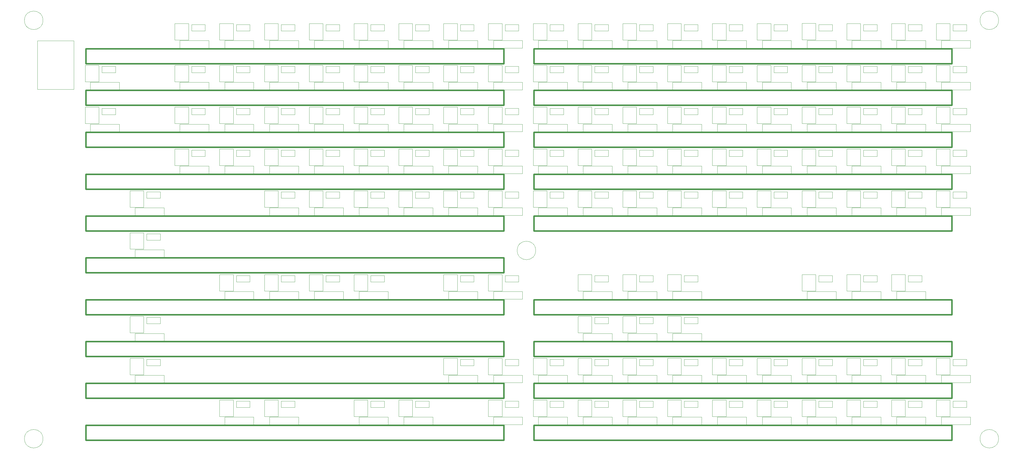
<source format=gbr>
G04 #@! TF.GenerationSoftware,KiCad,Pcbnew,(5.0.0)*
G04 #@! TF.CreationDate,2019-07-24T14:48:48+01:00*
G04 #@! TF.ProjectId,noname,6E6F6E616D652E6B696361645F706362,rev?*
G04 #@! TF.SameCoordinates,Original*
G04 #@! TF.FileFunction,Other,User*
%FSLAX46Y46*%
G04 Gerber Fmt 4.6, Leading zero omitted, Abs format (unit mm)*
G04 Created by KiCad (PCBNEW (5.0.0)) date 07/24/19 14:48:48*
%MOMM*%
%LPD*%
G01*
G04 APERTURE LIST*
%ADD10C,0.500000*%
%ADD11C,0.050000*%
G04 APERTURE END LIST*
D10*
G04 #@! TO.C,J12*
X77500000Y-114500000D02*
X77500000Y-119500000D01*
X77500000Y-119500000D02*
X217500000Y-119500000D01*
X217500000Y-114500000D02*
X217500000Y-119500000D01*
X77500000Y-114500000D02*
X217500000Y-114500000D01*
G04 #@! TO.C,J8*
X77500000Y-86500000D02*
X77500000Y-91500000D01*
X77500000Y-91500000D02*
X217500000Y-91500000D01*
X217500000Y-86500000D02*
X217500000Y-91500000D01*
X77500000Y-86500000D02*
X217500000Y-86500000D01*
G04 #@! TO.C,J14*
X77500000Y-128500000D02*
X77500000Y-133500000D01*
X77500000Y-133500000D02*
X217500000Y-133500000D01*
X217500000Y-128500000D02*
X217500000Y-133500000D01*
X77500000Y-128500000D02*
X217500000Y-128500000D01*
G04 #@! TO.C,J15*
X227500000Y-128500000D02*
X227500000Y-133500000D01*
X227500000Y-133500000D02*
X367500000Y-133500000D01*
X367500000Y-128500000D02*
X367500000Y-133500000D01*
X227500000Y-128500000D02*
X367500000Y-128500000D01*
G04 #@! TO.C,J10*
X77500000Y-100500000D02*
X77500000Y-105500000D01*
X77500000Y-105500000D02*
X217500000Y-105500000D01*
X217500000Y-100500000D02*
X217500000Y-105500000D01*
X77500000Y-100500000D02*
X217500000Y-100500000D01*
G04 #@! TO.C,J11*
X227500000Y-100500000D02*
X227500000Y-105500000D01*
X227500000Y-105500000D02*
X367500000Y-105500000D01*
X367500000Y-100500000D02*
X367500000Y-105500000D01*
X227500000Y-100500000D02*
X367500000Y-100500000D01*
G04 #@! TO.C,J19*
X227500000Y-156500000D02*
X227500000Y-161500000D01*
X227500000Y-161500000D02*
X367500000Y-161500000D01*
X367500000Y-156500000D02*
X367500000Y-161500000D01*
X227500000Y-156500000D02*
X367500000Y-156500000D01*
G04 #@! TO.C,J2*
X77500000Y-44500000D02*
X77500000Y-49500000D01*
X77500000Y-49500000D02*
X217500000Y-49500000D01*
X217500000Y-44500000D02*
X217500000Y-49500000D01*
X77500000Y-44500000D02*
X217500000Y-44500000D01*
G04 #@! TO.C,J4*
X77500000Y-58451600D02*
X77500000Y-63451600D01*
X77500000Y-63451600D02*
X217500000Y-63451600D01*
X217500000Y-58451600D02*
X217500000Y-63451600D01*
X77500000Y-58451600D02*
X217500000Y-58451600D01*
G04 #@! TO.C,J5*
X227500000Y-58451600D02*
X227500000Y-63451600D01*
X227500000Y-63451600D02*
X367500000Y-63451600D01*
X367500000Y-58451600D02*
X367500000Y-63451600D01*
X227500000Y-58451600D02*
X367500000Y-58451600D01*
G04 #@! TO.C,J3*
X227500000Y-44500000D02*
X227500000Y-49500000D01*
X227500000Y-49500000D02*
X367500000Y-49500000D01*
X367500000Y-44500000D02*
X367500000Y-49500000D01*
X227500000Y-44500000D02*
X367500000Y-44500000D01*
G04 #@! TO.C,J9*
X227500000Y-86500000D02*
X227500000Y-91500000D01*
X227500000Y-91500000D02*
X367500000Y-91500000D01*
X367500000Y-86500000D02*
X367500000Y-91500000D01*
X227500000Y-86500000D02*
X367500000Y-86500000D01*
G04 #@! TO.C,J6*
X77500000Y-72500000D02*
X77500000Y-77500000D01*
X77500000Y-77500000D02*
X217500000Y-77500000D01*
X217500000Y-72500000D02*
X217500000Y-77500000D01*
X77500000Y-72500000D02*
X217500000Y-72500000D01*
G04 #@! TO.C,J7*
X227500000Y-72500000D02*
X227500000Y-77500000D01*
X227500000Y-77500000D02*
X367500000Y-77500000D01*
X367500000Y-72500000D02*
X367500000Y-77500000D01*
X227500000Y-72500000D02*
X367500000Y-72500000D01*
G04 #@! TO.C,J18*
X77500000Y-156500000D02*
X77500000Y-161500000D01*
X77500000Y-161500000D02*
X217500000Y-161500000D01*
X217500000Y-156500000D02*
X217500000Y-161500000D01*
X77500000Y-156500000D02*
X217500000Y-156500000D01*
G04 #@! TO.C,J17*
X227500000Y-142500000D02*
X227500000Y-147500000D01*
X227500000Y-147500000D02*
X367500000Y-147500000D01*
X367500000Y-142500000D02*
X367500000Y-147500000D01*
X227500000Y-142500000D02*
X367500000Y-142500000D01*
G04 #@! TO.C,J16*
X77500000Y-142500000D02*
X77500000Y-147500000D01*
X77500000Y-147500000D02*
X217500000Y-147500000D01*
X217500000Y-142500000D02*
X217500000Y-147500000D01*
X77500000Y-142500000D02*
X217500000Y-142500000D01*
G04 #@! TO.C,J21*
X227500000Y-170500000D02*
X227500000Y-175500000D01*
X227500000Y-175500000D02*
X367500000Y-175500000D01*
X367500000Y-170500000D02*
X367500000Y-175500000D01*
X227500000Y-170500000D02*
X367500000Y-170500000D01*
G04 #@! TO.C,J20*
X77500000Y-170500000D02*
X77500000Y-175500000D01*
X77500000Y-175500000D02*
X217500000Y-175500000D01*
X217500000Y-170500000D02*
X217500000Y-175500000D01*
X77500000Y-170500000D02*
X217500000Y-170500000D01*
D11*
G04 #@! TO.C,J1*
X73468800Y-58066400D02*
X73468800Y-41816400D01*
X61268800Y-58066400D02*
X73468800Y-58066400D01*
X61268800Y-41816400D02*
X61268800Y-58066400D01*
X73468800Y-41816400D02*
X61268800Y-41816400D01*
G04 #@! TO.C,Q184*
X126850000Y-162050000D02*
X126850000Y-167550000D01*
X126850000Y-162050000D02*
X122250000Y-162050000D01*
X122250000Y-167550000D02*
X126850000Y-167550000D01*
X122250000Y-167550000D02*
X122250000Y-162050000D01*
G04 #@! TO.C,Q192*
X246850000Y-162050000D02*
X246850000Y-167550000D01*
X246850000Y-162050000D02*
X242250000Y-162050000D01*
X242250000Y-167550000D02*
X246850000Y-167550000D01*
X242250000Y-167550000D02*
X242250000Y-162050000D01*
G04 #@! TO.C,Q191*
X231850000Y-162050000D02*
X231850000Y-167550000D01*
X231850000Y-162050000D02*
X227250000Y-162050000D01*
X227250000Y-167550000D02*
X231850000Y-167550000D01*
X227250000Y-167550000D02*
X227250000Y-162050000D01*
G04 #@! TO.C,Q200*
X366850000Y-162050000D02*
X366850000Y-167550000D01*
X366850000Y-162050000D02*
X362250000Y-162050000D01*
X362250000Y-167550000D02*
X366850000Y-167550000D01*
X362250000Y-167550000D02*
X362250000Y-162050000D01*
G04 #@! TO.C,Q196*
X306850000Y-162050000D02*
X306850000Y-167550000D01*
X306850000Y-162050000D02*
X302250000Y-162050000D01*
X302250000Y-167550000D02*
X306850000Y-167550000D01*
X302250000Y-167550000D02*
X302250000Y-162050000D01*
G04 #@! TO.C,Q198*
X336850000Y-162050000D02*
X336850000Y-167550000D01*
X336850000Y-162050000D02*
X332250000Y-162050000D01*
X332250000Y-167550000D02*
X336850000Y-167550000D01*
X332250000Y-167550000D02*
X332250000Y-162050000D01*
G04 #@! TO.C,Q194*
X276850000Y-162050000D02*
X276850000Y-167550000D01*
X276850000Y-162050000D02*
X272250000Y-162050000D01*
X272250000Y-167550000D02*
X276850000Y-167550000D01*
X272250000Y-167550000D02*
X272250000Y-162050000D01*
G04 #@! TO.C,Q197*
X321850000Y-162050000D02*
X321850000Y-167550000D01*
X321850000Y-162050000D02*
X317250000Y-162050000D01*
X317250000Y-167550000D02*
X321850000Y-167550000D01*
X317250000Y-167550000D02*
X317250000Y-162050000D01*
G04 #@! TO.C,Q187*
X171850000Y-162050000D02*
X171850000Y-167550000D01*
X171850000Y-162050000D02*
X167250000Y-162050000D01*
X167250000Y-167550000D02*
X171850000Y-167550000D01*
X167250000Y-167550000D02*
X167250000Y-162050000D01*
G04 #@! TO.C,Q193*
X261850000Y-162050000D02*
X261850000Y-167550000D01*
X261850000Y-162050000D02*
X257250000Y-162050000D01*
X257250000Y-167550000D02*
X261850000Y-167550000D01*
X257250000Y-167550000D02*
X257250000Y-162050000D01*
G04 #@! TO.C,Q188*
X186850000Y-162050000D02*
X186850000Y-167550000D01*
X186850000Y-162050000D02*
X182250000Y-162050000D01*
X182250000Y-167550000D02*
X186850000Y-167550000D01*
X182250000Y-167550000D02*
X182250000Y-162050000D01*
G04 #@! TO.C,Q195*
X291850000Y-162050000D02*
X291850000Y-167550000D01*
X291850000Y-162050000D02*
X287250000Y-162050000D01*
X287250000Y-167550000D02*
X291850000Y-167550000D01*
X287250000Y-167550000D02*
X287250000Y-162050000D01*
G04 #@! TO.C,NE129*
X207400000Y-122510000D02*
X207400000Y-120410000D01*
X207400000Y-120410000D02*
X202860000Y-120410000D01*
X202860000Y-120410000D02*
X202860000Y-122510000D01*
X202860000Y-122510000D02*
X207400000Y-122510000D01*
G04 #@! TO.C,R125*
X123950000Y-125750000D02*
X123950000Y-128250000D01*
X123950000Y-128250000D02*
X133670000Y-128250000D01*
X133670000Y-128250000D02*
X133670000Y-125750000D01*
X133670000Y-125750000D02*
X123950000Y-125750000D01*
G04 #@! TO.C,NE134*
X277860000Y-122510000D02*
X282400000Y-122510000D01*
X277860000Y-120410000D02*
X277860000Y-122510000D01*
X282400000Y-120410000D02*
X277860000Y-120410000D01*
X282400000Y-122510000D02*
X282400000Y-120410000D01*
G04 #@! TO.C,R134*
X258950000Y-125750000D02*
X258950000Y-128250000D01*
X258950000Y-128250000D02*
X268670000Y-128250000D01*
X268670000Y-128250000D02*
X268670000Y-125750000D01*
X268670000Y-125750000D02*
X258950000Y-125750000D01*
G04 #@! TO.C,NE125*
X142860000Y-122510000D02*
X147400000Y-122510000D01*
X142860000Y-120410000D02*
X142860000Y-122510000D01*
X147400000Y-120410000D02*
X142860000Y-120410000D01*
X147400000Y-122510000D02*
X147400000Y-120410000D01*
G04 #@! TO.C,R127*
X163670000Y-125750000D02*
X153950000Y-125750000D01*
X163670000Y-128250000D02*
X163670000Y-125750000D01*
X153950000Y-128250000D02*
X163670000Y-128250000D01*
X153950000Y-125750000D02*
X153950000Y-128250000D01*
G04 #@! TO.C,NE102*
X97860000Y-108510000D02*
X102400000Y-108510000D01*
X97860000Y-106410000D02*
X97860000Y-108510000D01*
X102400000Y-106410000D02*
X97860000Y-106410000D01*
X102400000Y-108510000D02*
X102400000Y-106410000D01*
G04 #@! TO.C,R99*
X343670000Y-97750000D02*
X333950000Y-97750000D01*
X343670000Y-100250000D02*
X343670000Y-97750000D01*
X333950000Y-100250000D02*
X343670000Y-100250000D01*
X333950000Y-97750000D02*
X333950000Y-100250000D01*
G04 #@! TO.C,R96*
X298670000Y-97750000D02*
X288950000Y-97750000D01*
X298670000Y-100250000D02*
X298670000Y-97750000D01*
X288950000Y-100250000D02*
X298670000Y-100250000D01*
X288950000Y-97750000D02*
X288950000Y-100250000D01*
G04 #@! TO.C,R139*
X343670000Y-125750000D02*
X333950000Y-125750000D01*
X343670000Y-128250000D02*
X343670000Y-125750000D01*
X333950000Y-128250000D02*
X343670000Y-128250000D01*
X333950000Y-125750000D02*
X333950000Y-128250000D01*
G04 #@! TO.C,R130*
X198950000Y-125750000D02*
X198950000Y-128250000D01*
X198950000Y-128250000D02*
X208670000Y-128250000D01*
X208670000Y-128250000D02*
X208670000Y-125750000D01*
X208670000Y-125750000D02*
X198950000Y-125750000D01*
G04 #@! TO.C,R97*
X313670000Y-97750000D02*
X303950000Y-97750000D01*
X313670000Y-100250000D02*
X313670000Y-97750000D01*
X303950000Y-100250000D02*
X313670000Y-100250000D01*
X303950000Y-97750000D02*
X303950000Y-100250000D01*
G04 #@! TO.C,NE124*
X132400000Y-122510000D02*
X132400000Y-120410000D01*
X132400000Y-120410000D02*
X127860000Y-120410000D01*
X127860000Y-120410000D02*
X127860000Y-122510000D01*
X127860000Y-122510000D02*
X132400000Y-122510000D01*
G04 #@! TO.C,R101*
X373670000Y-97750000D02*
X363950000Y-97750000D01*
X373670000Y-100250000D02*
X373670000Y-97750000D01*
X363950000Y-100250000D02*
X373670000Y-100250000D01*
X363950000Y-97750000D02*
X363950000Y-100250000D01*
G04 #@! TO.C,NE100*
X367860000Y-94510000D02*
X372400000Y-94510000D01*
X367860000Y-92410000D02*
X367860000Y-94510000D01*
X372400000Y-92410000D02*
X367860000Y-92410000D01*
X372400000Y-94510000D02*
X372400000Y-92410000D01*
G04 #@! TO.C,R128*
X168950000Y-125750000D02*
X168950000Y-128250000D01*
X168950000Y-128250000D02*
X178670000Y-128250000D01*
X178670000Y-128250000D02*
X178670000Y-125750000D01*
X178670000Y-125750000D02*
X168950000Y-125750000D01*
G04 #@! TO.C,R100*
X348950000Y-97750000D02*
X348950000Y-100250000D01*
X348950000Y-100250000D02*
X358670000Y-100250000D01*
X358670000Y-100250000D02*
X358670000Y-97750000D01*
X358670000Y-97750000D02*
X348950000Y-97750000D01*
G04 #@! TO.C,NE96*
X307860000Y-94510000D02*
X312400000Y-94510000D01*
X307860000Y-92410000D02*
X307860000Y-94510000D01*
X312400000Y-92410000D02*
X307860000Y-92410000D01*
X312400000Y-94510000D02*
X312400000Y-92410000D01*
G04 #@! TO.C,NE130*
X217860000Y-122510000D02*
X222400000Y-122510000D01*
X217860000Y-120410000D02*
X217860000Y-122510000D01*
X222400000Y-120410000D02*
X217860000Y-120410000D01*
X222400000Y-122510000D02*
X222400000Y-120410000D01*
G04 #@! TO.C,R94*
X258950000Y-97750000D02*
X258950000Y-100250000D01*
X258950000Y-100250000D02*
X268670000Y-100250000D01*
X268670000Y-100250000D02*
X268670000Y-97750000D01*
X268670000Y-97750000D02*
X258950000Y-97750000D01*
G04 #@! TO.C,R95*
X283670000Y-97750000D02*
X273950000Y-97750000D01*
X283670000Y-100250000D02*
X283670000Y-97750000D01*
X273950000Y-100250000D02*
X283670000Y-100250000D01*
X273950000Y-97750000D02*
X273950000Y-100250000D01*
G04 #@! TO.C,NE139*
X357400000Y-122510000D02*
X357400000Y-120410000D01*
X357400000Y-120410000D02*
X352860000Y-120410000D01*
X352860000Y-120410000D02*
X352860000Y-122510000D01*
X352860000Y-122510000D02*
X357400000Y-122510000D01*
G04 #@! TO.C,R140*
X348950000Y-125750000D02*
X348950000Y-128250000D01*
X348950000Y-128250000D02*
X358670000Y-128250000D01*
X358670000Y-128250000D02*
X358670000Y-125750000D01*
X358670000Y-125750000D02*
X348950000Y-125750000D01*
G04 #@! TO.C,R138*
X328670000Y-125750000D02*
X318950000Y-125750000D01*
X328670000Y-128250000D02*
X328670000Y-125750000D01*
X318950000Y-128250000D02*
X328670000Y-128250000D01*
X318950000Y-125750000D02*
X318950000Y-128250000D01*
G04 #@! TO.C,NE127*
X172860000Y-122510000D02*
X177400000Y-122510000D01*
X172860000Y-120410000D02*
X172860000Y-122510000D01*
X177400000Y-120410000D02*
X172860000Y-120410000D01*
X177400000Y-122510000D02*
X177400000Y-120410000D01*
G04 #@! TO.C,R126*
X138950000Y-125750000D02*
X138950000Y-128250000D01*
X138950000Y-128250000D02*
X148670000Y-128250000D01*
X148670000Y-128250000D02*
X148670000Y-125750000D01*
X148670000Y-125750000D02*
X138950000Y-125750000D01*
G04 #@! TO.C,R103*
X103670000Y-111750000D02*
X93950000Y-111750000D01*
X103670000Y-114250000D02*
X103670000Y-111750000D01*
X93950000Y-114250000D02*
X103670000Y-114250000D01*
X93950000Y-111750000D02*
X93950000Y-114250000D01*
G04 #@! TO.C,R93*
X243950000Y-97750000D02*
X243950000Y-100250000D01*
X243950000Y-100250000D02*
X253670000Y-100250000D01*
X253670000Y-100250000D02*
X253670000Y-97750000D01*
X253670000Y-97750000D02*
X243950000Y-97750000D01*
G04 #@! TO.C,NE132*
X247860000Y-122510000D02*
X252400000Y-122510000D01*
X247860000Y-120410000D02*
X247860000Y-122510000D01*
X252400000Y-120410000D02*
X247860000Y-120410000D01*
X252400000Y-122510000D02*
X252400000Y-120410000D01*
G04 #@! TO.C,R92*
X228950000Y-97750000D02*
X228950000Y-100250000D01*
X228950000Y-100250000D02*
X238670000Y-100250000D01*
X238670000Y-100250000D02*
X238670000Y-97750000D01*
X238670000Y-97750000D02*
X228950000Y-97750000D01*
G04 #@! TO.C,R98*
X328670000Y-97750000D02*
X318950000Y-97750000D01*
X328670000Y-100250000D02*
X328670000Y-97750000D01*
X318950000Y-100250000D02*
X328670000Y-100250000D01*
X318950000Y-97750000D02*
X318950000Y-100250000D01*
G04 #@! TO.C,NE133*
X267400000Y-122510000D02*
X267400000Y-120410000D01*
X267400000Y-120410000D02*
X262860000Y-120410000D01*
X262860000Y-120410000D02*
X262860000Y-122510000D01*
X262860000Y-122510000D02*
X267400000Y-122510000D01*
G04 #@! TO.C,R133*
X243950000Y-125750000D02*
X243950000Y-128250000D01*
X243950000Y-128250000D02*
X253670000Y-128250000D01*
X253670000Y-128250000D02*
X253670000Y-125750000D01*
X253670000Y-125750000D02*
X243950000Y-125750000D01*
G04 #@! TO.C,R131*
X223670000Y-125750000D02*
X213950000Y-125750000D01*
X223670000Y-128250000D02*
X223670000Y-125750000D01*
X213950000Y-128250000D02*
X223670000Y-128250000D01*
X213950000Y-125750000D02*
X213950000Y-128250000D01*
G04 #@! TO.C,NE86*
X162400000Y-94510000D02*
X162400000Y-92410000D01*
X162400000Y-92410000D02*
X157860000Y-92410000D01*
X157860000Y-92410000D02*
X157860000Y-94510000D01*
X157860000Y-94510000D02*
X162400000Y-94510000D01*
G04 #@! TO.C,NE89*
X207400000Y-94510000D02*
X207400000Y-92410000D01*
X207400000Y-92410000D02*
X202860000Y-92410000D01*
X202860000Y-92410000D02*
X202860000Y-94510000D01*
X202860000Y-94510000D02*
X207400000Y-94510000D01*
G04 #@! TO.C,NE87*
X172860000Y-94510000D02*
X177400000Y-94510000D01*
X172860000Y-92410000D02*
X172860000Y-94510000D01*
X177400000Y-92410000D02*
X172860000Y-92410000D01*
X177400000Y-94510000D02*
X177400000Y-92410000D01*
G04 #@! TO.C,R78*
X318950000Y-83750000D02*
X318950000Y-86250000D01*
X318950000Y-86250000D02*
X328670000Y-86250000D01*
X328670000Y-86250000D02*
X328670000Y-83750000D01*
X328670000Y-83750000D02*
X318950000Y-83750000D01*
G04 #@! TO.C,R83*
X93950000Y-97750000D02*
X93950000Y-100250000D01*
X93950000Y-100250000D02*
X103670000Y-100250000D01*
X103670000Y-100250000D02*
X103670000Y-97750000D01*
X103670000Y-97750000D02*
X93950000Y-97750000D01*
G04 #@! TO.C,R72*
X238670000Y-83750000D02*
X228950000Y-83750000D01*
X238670000Y-86250000D02*
X238670000Y-83750000D01*
X228950000Y-86250000D02*
X238670000Y-86250000D01*
X228950000Y-83750000D02*
X228950000Y-86250000D01*
G04 #@! TO.C,NE90*
X217860000Y-94510000D02*
X222400000Y-94510000D01*
X217860000Y-92410000D02*
X217860000Y-94510000D01*
X222400000Y-92410000D02*
X217860000Y-92410000D01*
X222400000Y-94510000D02*
X222400000Y-92410000D01*
G04 #@! TO.C,R81*
X363950000Y-83750000D02*
X363950000Y-86250000D01*
X363950000Y-86250000D02*
X373670000Y-86250000D01*
X373670000Y-86250000D02*
X373670000Y-83750000D01*
X373670000Y-83750000D02*
X363950000Y-83750000D01*
G04 #@! TO.C,R76*
X288950000Y-83750000D02*
X288950000Y-86250000D01*
X288950000Y-86250000D02*
X298670000Y-86250000D01*
X298670000Y-86250000D02*
X298670000Y-83750000D01*
X298670000Y-83750000D02*
X288950000Y-83750000D01*
G04 #@! TO.C,NE79*
X352860000Y-80510000D02*
X357400000Y-80510000D01*
X352860000Y-78410000D02*
X352860000Y-80510000D01*
X357400000Y-78410000D02*
X352860000Y-78410000D01*
X357400000Y-80510000D02*
X357400000Y-78410000D01*
G04 #@! TO.C,R73*
X253670000Y-83750000D02*
X243950000Y-83750000D01*
X253670000Y-86250000D02*
X253670000Y-83750000D01*
X243950000Y-86250000D02*
X253670000Y-86250000D01*
X243950000Y-83750000D02*
X243950000Y-86250000D01*
G04 #@! TO.C,NE88*
X192400000Y-94510000D02*
X192400000Y-92410000D01*
X192400000Y-92410000D02*
X187860000Y-92410000D01*
X187860000Y-92410000D02*
X187860000Y-94510000D01*
X187860000Y-94510000D02*
X192400000Y-94510000D01*
G04 #@! TO.C,R86*
X138950000Y-97750000D02*
X138950000Y-100250000D01*
X138950000Y-100250000D02*
X148670000Y-100250000D01*
X148670000Y-100250000D02*
X148670000Y-97750000D01*
X148670000Y-97750000D02*
X138950000Y-97750000D01*
G04 #@! TO.C,R80*
X358670000Y-83750000D02*
X348950000Y-83750000D01*
X358670000Y-86250000D02*
X358670000Y-83750000D01*
X348950000Y-86250000D02*
X358670000Y-86250000D01*
X348950000Y-83750000D02*
X348950000Y-86250000D01*
G04 #@! TO.C,NE99*
X357400000Y-94510000D02*
X357400000Y-92410000D01*
X357400000Y-92410000D02*
X352860000Y-92410000D01*
X352860000Y-92410000D02*
X352860000Y-94510000D01*
X352860000Y-94510000D02*
X357400000Y-94510000D01*
G04 #@! TO.C,R75*
X273950000Y-83750000D02*
X273950000Y-86250000D01*
X273950000Y-86250000D02*
X283670000Y-86250000D01*
X283670000Y-86250000D02*
X283670000Y-83750000D01*
X283670000Y-83750000D02*
X273950000Y-83750000D01*
G04 #@! TO.C,NE94*
X277860000Y-94510000D02*
X282400000Y-94510000D01*
X277860000Y-92410000D02*
X277860000Y-94510000D01*
X282400000Y-92410000D02*
X277860000Y-92410000D01*
X282400000Y-94510000D02*
X282400000Y-92410000D01*
G04 #@! TO.C,NE82*
X102400000Y-94510000D02*
X102400000Y-92410000D01*
X102400000Y-92410000D02*
X97860000Y-92410000D01*
X97860000Y-92410000D02*
X97860000Y-94510000D01*
X97860000Y-94510000D02*
X102400000Y-94510000D01*
G04 #@! TO.C,R88*
X168950000Y-97750000D02*
X168950000Y-100250000D01*
X168950000Y-100250000D02*
X178670000Y-100250000D01*
X178670000Y-100250000D02*
X178670000Y-97750000D01*
X178670000Y-97750000D02*
X168950000Y-97750000D01*
G04 #@! TO.C,R89*
X183950000Y-97750000D02*
X183950000Y-100250000D01*
X183950000Y-100250000D02*
X193670000Y-100250000D01*
X193670000Y-100250000D02*
X193670000Y-97750000D01*
X193670000Y-97750000D02*
X183950000Y-97750000D01*
G04 #@! TO.C,R87*
X163670000Y-97750000D02*
X153950000Y-97750000D01*
X163670000Y-100250000D02*
X163670000Y-97750000D01*
X153950000Y-100250000D02*
X163670000Y-100250000D01*
X153950000Y-97750000D02*
X153950000Y-100250000D01*
G04 #@! TO.C,R74*
X268670000Y-83750000D02*
X258950000Y-83750000D01*
X268670000Y-86250000D02*
X268670000Y-83750000D01*
X258950000Y-86250000D02*
X268670000Y-86250000D01*
X258950000Y-83750000D02*
X258950000Y-86250000D01*
G04 #@! TO.C,NE95*
X297400000Y-94510000D02*
X297400000Y-92410000D01*
X297400000Y-92410000D02*
X292860000Y-92410000D01*
X292860000Y-92410000D02*
X292860000Y-94510000D01*
X292860000Y-94510000D02*
X297400000Y-94510000D01*
G04 #@! TO.C,R91*
X223670000Y-97750000D02*
X213950000Y-97750000D01*
X223670000Y-100250000D02*
X223670000Y-97750000D01*
X213950000Y-100250000D02*
X223670000Y-100250000D01*
X213950000Y-97750000D02*
X213950000Y-100250000D01*
G04 #@! TO.C,NE97*
X327400000Y-94510000D02*
X327400000Y-92410000D01*
X327400000Y-92410000D02*
X322860000Y-92410000D01*
X322860000Y-92410000D02*
X322860000Y-94510000D01*
X322860000Y-94510000D02*
X327400000Y-94510000D01*
G04 #@! TO.C,NE91*
X237400000Y-94510000D02*
X237400000Y-92410000D01*
X237400000Y-92410000D02*
X232860000Y-92410000D01*
X232860000Y-92410000D02*
X232860000Y-94510000D01*
X232860000Y-94510000D02*
X237400000Y-94510000D01*
G04 #@! TO.C,NE92*
X247860000Y-94510000D02*
X252400000Y-94510000D01*
X247860000Y-92410000D02*
X247860000Y-94510000D01*
X252400000Y-92410000D02*
X247860000Y-92410000D01*
X252400000Y-94510000D02*
X252400000Y-92410000D01*
G04 #@! TO.C,R90*
X198950000Y-97750000D02*
X198950000Y-100250000D01*
X198950000Y-100250000D02*
X208670000Y-100250000D01*
X208670000Y-100250000D02*
X208670000Y-97750000D01*
X208670000Y-97750000D02*
X198950000Y-97750000D01*
G04 #@! TO.C,NE93*
X267400000Y-94510000D02*
X267400000Y-92410000D01*
X267400000Y-92410000D02*
X262860000Y-92410000D01*
X262860000Y-92410000D02*
X262860000Y-94510000D01*
X262860000Y-94510000D02*
X267400000Y-94510000D01*
G04 #@! TO.C,NE85*
X142860000Y-94510000D02*
X147400000Y-94510000D01*
X142860000Y-92410000D02*
X142860000Y-94510000D01*
X147400000Y-92410000D02*
X142860000Y-92410000D01*
X147400000Y-94510000D02*
X147400000Y-92410000D01*
G04 #@! TO.C,R79*
X333950000Y-83750000D02*
X333950000Y-86250000D01*
X333950000Y-86250000D02*
X343670000Y-86250000D01*
X343670000Y-86250000D02*
X343670000Y-83750000D01*
X343670000Y-83750000D02*
X333950000Y-83750000D01*
G04 #@! TO.C,R77*
X303950000Y-83750000D02*
X303950000Y-86250000D01*
X303950000Y-86250000D02*
X313670000Y-86250000D01*
X313670000Y-86250000D02*
X313670000Y-83750000D01*
X313670000Y-83750000D02*
X303950000Y-83750000D01*
G04 #@! TO.C,NE98*
X337860000Y-94510000D02*
X342400000Y-94510000D01*
X337860000Y-92410000D02*
X337860000Y-94510000D01*
X342400000Y-92410000D02*
X337860000Y-92410000D01*
X342400000Y-94510000D02*
X342400000Y-92410000D01*
G04 #@! TO.C,NE80*
X372400000Y-80510000D02*
X372400000Y-78410000D01*
X372400000Y-78410000D02*
X367860000Y-78410000D01*
X367860000Y-78410000D02*
X367860000Y-80510000D01*
X367860000Y-80510000D02*
X372400000Y-80510000D01*
G04 #@! TO.C,Q20*
X366850000Y-36050000D02*
X366850000Y-41550000D01*
X366850000Y-36050000D02*
X362250000Y-36050000D01*
X362250000Y-41550000D02*
X366850000Y-41550000D01*
X362250000Y-41550000D02*
X362250000Y-36050000D01*
G04 #@! TO.C,Q18*
X336850000Y-36050000D02*
X336850000Y-41550000D01*
X336850000Y-36050000D02*
X332250000Y-36050000D01*
X332250000Y-41550000D02*
X336850000Y-41550000D01*
X332250000Y-41550000D02*
X332250000Y-36050000D01*
G04 #@! TO.C,Q21*
X81850000Y-50050000D02*
X81850000Y-55550000D01*
X81850000Y-50050000D02*
X77250000Y-50050000D01*
X77250000Y-55550000D02*
X81850000Y-55550000D01*
X77250000Y-55550000D02*
X77250000Y-50050000D01*
G04 #@! TO.C,Q12*
X246850000Y-36050000D02*
X246850000Y-41550000D01*
X246850000Y-36050000D02*
X242250000Y-36050000D01*
X242250000Y-41550000D02*
X246850000Y-41550000D01*
X242250000Y-41550000D02*
X242250000Y-36050000D01*
G04 #@! TO.C,Q8*
X186850000Y-36050000D02*
X186850000Y-41550000D01*
X186850000Y-36050000D02*
X182250000Y-36050000D01*
X182250000Y-41550000D02*
X186850000Y-41550000D01*
X182250000Y-41550000D02*
X182250000Y-36050000D01*
G04 #@! TO.C,Q23*
X111850000Y-50050000D02*
X111850000Y-55550000D01*
X111850000Y-50050000D02*
X107250000Y-50050000D01*
X107250000Y-55550000D02*
X111850000Y-55550000D01*
X107250000Y-55550000D02*
X107250000Y-50050000D01*
G04 #@! TO.C,Q24*
X126850000Y-50050000D02*
X126850000Y-55550000D01*
X126850000Y-50050000D02*
X122250000Y-50050000D01*
X122250000Y-55550000D02*
X126850000Y-55550000D01*
X122250000Y-55550000D02*
X122250000Y-50050000D01*
G04 #@! TO.C,Q14*
X276850000Y-36050000D02*
X276850000Y-41550000D01*
X276850000Y-36050000D02*
X272250000Y-36050000D01*
X272250000Y-41550000D02*
X276850000Y-41550000D01*
X272250000Y-41550000D02*
X272250000Y-36050000D01*
G04 #@! TO.C,Q25*
X141850000Y-50050000D02*
X141850000Y-55550000D01*
X141850000Y-50050000D02*
X137250000Y-50050000D01*
X137250000Y-55550000D02*
X141850000Y-55550000D01*
X137250000Y-55550000D02*
X137250000Y-50050000D01*
G04 #@! TO.C,Q13*
X261850000Y-36050000D02*
X261850000Y-41550000D01*
X261850000Y-36050000D02*
X257250000Y-36050000D01*
X257250000Y-41550000D02*
X261850000Y-41550000D01*
X257250000Y-41550000D02*
X257250000Y-36050000D01*
G04 #@! TO.C,Q19*
X351850000Y-36050000D02*
X351850000Y-41550000D01*
X351850000Y-36050000D02*
X347250000Y-36050000D01*
X347250000Y-41550000D02*
X351850000Y-41550000D01*
X347250000Y-41550000D02*
X347250000Y-36050000D01*
G04 #@! TO.C,Q9*
X201850000Y-36050000D02*
X201850000Y-41550000D01*
X201850000Y-36050000D02*
X197250000Y-36050000D01*
X197250000Y-41550000D02*
X201850000Y-41550000D01*
X197250000Y-41550000D02*
X197250000Y-36050000D01*
G04 #@! TO.C,Q15*
X291850000Y-36050000D02*
X291850000Y-41550000D01*
X291850000Y-36050000D02*
X287250000Y-36050000D01*
X287250000Y-41550000D02*
X291850000Y-41550000D01*
X287250000Y-41550000D02*
X287250000Y-36050000D01*
G04 #@! TO.C,Q10*
X216850000Y-36050000D02*
X216850000Y-41550000D01*
X216850000Y-36050000D02*
X212250000Y-36050000D01*
X212250000Y-41550000D02*
X216850000Y-41550000D01*
X212250000Y-41550000D02*
X212250000Y-36050000D01*
G04 #@! TO.C,Q11*
X231850000Y-36050000D02*
X231850000Y-41550000D01*
X231850000Y-36050000D02*
X227250000Y-36050000D01*
X227250000Y-41550000D02*
X231850000Y-41550000D01*
X227250000Y-41550000D02*
X227250000Y-36050000D01*
G04 #@! TO.C,Q7*
X171850000Y-36050000D02*
X171850000Y-41550000D01*
X171850000Y-36050000D02*
X167250000Y-36050000D01*
X167250000Y-41550000D02*
X171850000Y-41550000D01*
X167250000Y-41550000D02*
X167250000Y-36050000D01*
G04 #@! TO.C,Q17*
X321850000Y-35948400D02*
X321850000Y-41448400D01*
X321850000Y-35948400D02*
X317250000Y-35948400D01*
X317250000Y-41448400D02*
X321850000Y-41448400D01*
X317250000Y-41448400D02*
X317250000Y-35948400D01*
G04 #@! TO.C,Q16*
X306850000Y-36050000D02*
X306850000Y-41550000D01*
X306850000Y-36050000D02*
X302250000Y-36050000D01*
X302250000Y-41550000D02*
X306850000Y-41550000D01*
X302250000Y-41550000D02*
X302250000Y-36050000D01*
G04 #@! TO.C,Q29*
X201850000Y-50050000D02*
X201850000Y-55550000D01*
X201850000Y-50050000D02*
X197250000Y-50050000D01*
X197250000Y-55550000D02*
X201850000Y-55550000D01*
X197250000Y-55550000D02*
X197250000Y-50050000D01*
G04 #@! TO.C,Q28*
X186850000Y-50050000D02*
X186850000Y-55550000D01*
X186850000Y-50050000D02*
X182250000Y-50050000D01*
X182250000Y-55550000D02*
X186850000Y-55550000D01*
X182250000Y-55550000D02*
X182250000Y-50050000D01*
G04 #@! TO.C,Q31*
X231850000Y-50050000D02*
X231850000Y-55550000D01*
X231850000Y-50050000D02*
X227250000Y-50050000D01*
X227250000Y-55550000D02*
X231850000Y-55550000D01*
X227250000Y-55550000D02*
X227250000Y-50050000D01*
G04 #@! TO.C,Q35*
X291850000Y-50050000D02*
X291850000Y-55550000D01*
X291850000Y-50050000D02*
X287250000Y-50050000D01*
X287250000Y-55550000D02*
X291850000Y-55550000D01*
X287250000Y-55550000D02*
X287250000Y-50050000D01*
G04 #@! TO.C,Q38*
X336850000Y-50050000D02*
X336850000Y-55550000D01*
X336850000Y-50050000D02*
X332250000Y-50050000D01*
X332250000Y-55550000D02*
X336850000Y-55550000D01*
X332250000Y-55550000D02*
X332250000Y-50050000D01*
G04 #@! TO.C,Q39*
X351850000Y-50050000D02*
X351850000Y-55550000D01*
X351850000Y-50050000D02*
X347250000Y-50050000D01*
X347250000Y-55550000D02*
X351850000Y-55550000D01*
X347250000Y-55550000D02*
X347250000Y-50050000D01*
G04 #@! TO.C,Q40*
X366850000Y-50050000D02*
X366850000Y-55550000D01*
X366850000Y-50050000D02*
X362250000Y-50050000D01*
X362250000Y-55550000D02*
X366850000Y-55550000D01*
X362250000Y-55550000D02*
X362250000Y-50050000D01*
G04 #@! TO.C,Q41*
X81850000Y-64050000D02*
X81850000Y-69550000D01*
X81850000Y-64050000D02*
X77250000Y-64050000D01*
X77250000Y-69550000D02*
X81850000Y-69550000D01*
X77250000Y-69550000D02*
X77250000Y-64050000D01*
G04 #@! TO.C,Q43*
X111850000Y-64050000D02*
X111850000Y-69550000D01*
X111850000Y-64050000D02*
X107250000Y-64050000D01*
X107250000Y-69550000D02*
X111850000Y-69550000D01*
X107250000Y-69550000D02*
X107250000Y-64050000D01*
G04 #@! TO.C,Q32*
X246850000Y-50050000D02*
X246850000Y-55550000D01*
X246850000Y-50050000D02*
X242250000Y-50050000D01*
X242250000Y-55550000D02*
X246850000Y-55550000D01*
X242250000Y-55550000D02*
X242250000Y-50050000D01*
G04 #@! TO.C,Q30*
X216850000Y-50050000D02*
X216850000Y-55550000D01*
X216850000Y-50050000D02*
X212250000Y-50050000D01*
X212250000Y-55550000D02*
X216850000Y-55550000D01*
X212250000Y-55550000D02*
X212250000Y-50050000D01*
G04 #@! TO.C,Q34*
X276850000Y-50050000D02*
X276850000Y-55550000D01*
X276850000Y-50050000D02*
X272250000Y-50050000D01*
X272250000Y-55550000D02*
X276850000Y-55550000D01*
X272250000Y-55550000D02*
X272250000Y-50050000D01*
G04 #@! TO.C,Q44*
X126850000Y-64050000D02*
X126850000Y-69550000D01*
X126850000Y-64050000D02*
X122250000Y-64050000D01*
X122250000Y-69550000D02*
X126850000Y-69550000D01*
X122250000Y-69550000D02*
X122250000Y-64050000D01*
G04 #@! TO.C,Q37*
X321850000Y-50050000D02*
X321850000Y-55550000D01*
X321850000Y-50050000D02*
X317250000Y-50050000D01*
X317250000Y-55550000D02*
X321850000Y-55550000D01*
X317250000Y-55550000D02*
X317250000Y-50050000D01*
G04 #@! TO.C,Q27*
X171850000Y-50050000D02*
X171850000Y-55550000D01*
X171850000Y-50050000D02*
X167250000Y-50050000D01*
X167250000Y-55550000D02*
X171850000Y-55550000D01*
X167250000Y-55550000D02*
X167250000Y-50050000D01*
G04 #@! TO.C,Q26*
X156850000Y-50050000D02*
X156850000Y-55550000D01*
X156850000Y-50050000D02*
X152250000Y-50050000D01*
X152250000Y-55550000D02*
X156850000Y-55550000D01*
X152250000Y-55550000D02*
X152250000Y-50050000D01*
G04 #@! TO.C,Q36*
X306850000Y-50050000D02*
X306850000Y-55550000D01*
X306850000Y-50050000D02*
X302250000Y-50050000D01*
X302250000Y-55550000D02*
X306850000Y-55550000D01*
X302250000Y-55550000D02*
X302250000Y-50050000D01*
G04 #@! TO.C,Q33*
X261850000Y-50050000D02*
X261850000Y-55550000D01*
X261850000Y-50050000D02*
X257250000Y-50050000D01*
X257250000Y-55550000D02*
X261850000Y-55550000D01*
X257250000Y-55550000D02*
X257250000Y-50050000D01*
G04 #@! TO.C,Q93*
X261850000Y-92050000D02*
X261850000Y-97550000D01*
X261850000Y-92050000D02*
X257250000Y-92050000D01*
X257250000Y-97550000D02*
X261850000Y-97550000D01*
X257250000Y-97550000D02*
X257250000Y-92050000D01*
G04 #@! TO.C,Q85*
X141850000Y-92050000D02*
X141850000Y-97550000D01*
X141850000Y-92050000D02*
X137250000Y-92050000D01*
X137250000Y-97550000D02*
X141850000Y-97550000D01*
X137250000Y-97550000D02*
X137250000Y-92050000D01*
G04 #@! TO.C,Q97*
X321850000Y-92050000D02*
X321850000Y-97550000D01*
X321850000Y-92050000D02*
X317250000Y-92050000D01*
X317250000Y-97550000D02*
X321850000Y-97550000D01*
X317250000Y-97550000D02*
X317250000Y-92050000D01*
G04 #@! TO.C,Q75*
X291850000Y-78050000D02*
X291850000Y-83550000D01*
X291850000Y-78050000D02*
X287250000Y-78050000D01*
X287250000Y-83550000D02*
X291850000Y-83550000D01*
X287250000Y-83550000D02*
X287250000Y-78050000D01*
G04 #@! TO.C,Q88*
X186850000Y-92050000D02*
X186850000Y-97550000D01*
X186850000Y-92050000D02*
X182250000Y-92050000D01*
X182250000Y-97550000D02*
X186850000Y-97550000D01*
X182250000Y-97550000D02*
X182250000Y-92050000D01*
G04 #@! TO.C,Q95*
X291850000Y-92050000D02*
X291850000Y-97550000D01*
X291850000Y-92050000D02*
X287250000Y-92050000D01*
X287250000Y-97550000D02*
X291850000Y-97550000D01*
X287250000Y-97550000D02*
X287250000Y-92050000D01*
G04 #@! TO.C,Q96*
X306850000Y-92050000D02*
X306850000Y-97550000D01*
X306850000Y-92050000D02*
X302250000Y-92050000D01*
X302250000Y-97550000D02*
X306850000Y-97550000D01*
X302250000Y-97550000D02*
X302250000Y-92050000D01*
G04 #@! TO.C,Q91*
X231850000Y-92050000D02*
X231850000Y-97550000D01*
X231850000Y-92050000D02*
X227250000Y-92050000D01*
X227250000Y-97550000D02*
X231850000Y-97550000D01*
X227250000Y-97550000D02*
X227250000Y-92050000D01*
G04 #@! TO.C,Q77*
X321850000Y-78050000D02*
X321850000Y-83550000D01*
X321850000Y-78050000D02*
X317250000Y-78050000D01*
X317250000Y-83550000D02*
X321850000Y-83550000D01*
X317250000Y-83550000D02*
X317250000Y-78050000D01*
G04 #@! TO.C,Q82*
X96850000Y-92050000D02*
X96850000Y-97550000D01*
X96850000Y-92050000D02*
X92250000Y-92050000D01*
X92250000Y-97550000D02*
X96850000Y-97550000D01*
X92250000Y-97550000D02*
X92250000Y-92050000D01*
G04 #@! TO.C,Q92*
X246850000Y-92050000D02*
X246850000Y-97550000D01*
X246850000Y-92050000D02*
X242250000Y-92050000D01*
X242250000Y-97550000D02*
X246850000Y-97550000D01*
X242250000Y-97550000D02*
X242250000Y-92050000D01*
G04 #@! TO.C,Q80*
X366850000Y-78050000D02*
X366850000Y-83550000D01*
X366850000Y-78050000D02*
X362250000Y-78050000D01*
X362250000Y-83550000D02*
X366850000Y-83550000D01*
X362250000Y-83550000D02*
X362250000Y-78050000D01*
G04 #@! TO.C,Q90*
X216850000Y-92050000D02*
X216850000Y-97550000D01*
X216850000Y-92050000D02*
X212250000Y-92050000D01*
X212250000Y-97550000D02*
X216850000Y-97550000D01*
X212250000Y-97550000D02*
X212250000Y-92050000D01*
G04 #@! TO.C,Q94*
X276850000Y-92050000D02*
X276850000Y-97550000D01*
X276850000Y-92050000D02*
X272250000Y-92050000D01*
X272250000Y-97550000D02*
X276850000Y-97550000D01*
X272250000Y-97550000D02*
X272250000Y-92050000D01*
G04 #@! TO.C,Q79*
X351850000Y-78050000D02*
X351850000Y-83550000D01*
X351850000Y-78050000D02*
X347250000Y-78050000D01*
X347250000Y-83550000D02*
X351850000Y-83550000D01*
X347250000Y-83550000D02*
X347250000Y-78050000D01*
G04 #@! TO.C,Q86*
X156850000Y-92050000D02*
X156850000Y-97550000D01*
X156850000Y-92050000D02*
X152250000Y-92050000D01*
X152250000Y-97550000D02*
X156850000Y-97550000D01*
X152250000Y-97550000D02*
X152250000Y-92050000D01*
G04 #@! TO.C,Q87*
X171850000Y-92050000D02*
X171850000Y-97550000D01*
X171850000Y-92050000D02*
X167250000Y-92050000D01*
X167250000Y-97550000D02*
X171850000Y-97550000D01*
X167250000Y-97550000D02*
X167250000Y-92050000D01*
G04 #@! TO.C,Q89*
X201850000Y-92050000D02*
X201850000Y-97550000D01*
X201850000Y-92050000D02*
X197250000Y-92050000D01*
X197250000Y-97550000D02*
X201850000Y-97550000D01*
X197250000Y-97550000D02*
X197250000Y-92050000D01*
G04 #@! TO.C,Q64*
X126850000Y-78050000D02*
X126850000Y-83550000D01*
X126850000Y-78050000D02*
X122250000Y-78050000D01*
X122250000Y-83550000D02*
X126850000Y-83550000D01*
X122250000Y-83550000D02*
X122250000Y-78050000D01*
G04 #@! TO.C,Q63*
X111850000Y-78050000D02*
X111850000Y-83550000D01*
X111850000Y-78050000D02*
X107250000Y-78050000D01*
X107250000Y-83550000D02*
X111850000Y-83550000D01*
X107250000Y-83550000D02*
X107250000Y-78050000D01*
G04 #@! TO.C,Q3*
X111850000Y-36050000D02*
X111850000Y-41550000D01*
X111850000Y-36050000D02*
X107250000Y-36050000D01*
X107250000Y-41550000D02*
X111850000Y-41550000D01*
X107250000Y-41550000D02*
X107250000Y-36050000D01*
G04 #@! TO.C,Q68*
X186850000Y-78050000D02*
X186850000Y-83550000D01*
X186850000Y-78050000D02*
X182250000Y-78050000D01*
X182250000Y-83550000D02*
X186850000Y-83550000D01*
X182250000Y-83550000D02*
X182250000Y-78050000D01*
G04 #@! TO.C,Q5*
X141850000Y-36050000D02*
X141850000Y-41550000D01*
X141850000Y-36050000D02*
X137250000Y-36050000D01*
X137250000Y-41550000D02*
X141850000Y-41550000D01*
X137250000Y-41550000D02*
X137250000Y-36050000D01*
G04 #@! TO.C,Q71*
X231850000Y-78050000D02*
X231850000Y-83550000D01*
X231850000Y-78050000D02*
X227250000Y-78050000D01*
X227250000Y-83550000D02*
X231850000Y-83550000D01*
X227250000Y-83550000D02*
X227250000Y-78050000D01*
G04 #@! TO.C,Q4*
X126850000Y-36050000D02*
X126850000Y-41550000D01*
X126850000Y-36050000D02*
X122250000Y-36050000D01*
X122250000Y-41550000D02*
X126850000Y-41550000D01*
X122250000Y-41550000D02*
X122250000Y-36050000D01*
G04 #@! TO.C,Q6*
X156850000Y-36050000D02*
X156850000Y-41550000D01*
X156850000Y-36050000D02*
X152250000Y-36050000D01*
X152250000Y-41550000D02*
X156850000Y-41550000D01*
X152250000Y-41550000D02*
X152250000Y-36050000D01*
G04 #@! TO.C,Q74*
X276850000Y-78050000D02*
X276850000Y-83550000D01*
X276850000Y-78050000D02*
X272250000Y-78050000D01*
X272250000Y-83550000D02*
X276850000Y-83550000D01*
X272250000Y-83550000D02*
X272250000Y-78050000D01*
G04 #@! TO.C,Q66*
X156850000Y-78050000D02*
X156850000Y-83550000D01*
X156850000Y-78050000D02*
X152250000Y-78050000D01*
X152250000Y-83550000D02*
X156850000Y-83550000D01*
X152250000Y-83550000D02*
X152250000Y-78050000D01*
G04 #@! TO.C,Q67*
X171850000Y-78050000D02*
X171850000Y-83550000D01*
X171850000Y-78050000D02*
X167250000Y-78050000D01*
X167250000Y-83550000D02*
X171850000Y-83550000D01*
X167250000Y-83550000D02*
X167250000Y-78050000D01*
G04 #@! TO.C,Q73*
X261850000Y-78050000D02*
X261850000Y-83550000D01*
X261850000Y-78050000D02*
X257250000Y-78050000D01*
X257250000Y-83550000D02*
X261850000Y-83550000D01*
X257250000Y-83550000D02*
X257250000Y-78050000D01*
G04 #@! TO.C,Q69*
X201850000Y-78050000D02*
X201850000Y-83550000D01*
X201850000Y-78050000D02*
X197250000Y-78050000D01*
X197250000Y-83550000D02*
X201850000Y-83550000D01*
X197250000Y-83550000D02*
X197250000Y-78050000D01*
G04 #@! TO.C,Q76*
X306850000Y-78050000D02*
X306850000Y-83550000D01*
X306850000Y-78050000D02*
X302250000Y-78050000D01*
X302250000Y-83550000D02*
X306850000Y-83550000D01*
X302250000Y-83550000D02*
X302250000Y-78050000D01*
G04 #@! TO.C,Q65*
X141850000Y-78050000D02*
X141850000Y-83550000D01*
X141850000Y-78050000D02*
X137250000Y-78050000D01*
X137250000Y-83550000D02*
X141850000Y-83550000D01*
X137250000Y-83550000D02*
X137250000Y-78050000D01*
G04 #@! TO.C,Q78*
X336850000Y-78050000D02*
X336850000Y-83550000D01*
X336850000Y-78050000D02*
X332250000Y-78050000D01*
X332250000Y-83550000D02*
X336850000Y-83550000D01*
X332250000Y-83550000D02*
X332250000Y-78050000D01*
G04 #@! TO.C,Q72*
X246850000Y-78050000D02*
X246850000Y-83550000D01*
X246850000Y-78050000D02*
X242250000Y-78050000D01*
X242250000Y-83550000D02*
X246850000Y-83550000D01*
X242250000Y-83550000D02*
X242250000Y-78050000D01*
G04 #@! TO.C,Q70*
X216850000Y-78050000D02*
X216850000Y-83550000D01*
X216850000Y-78050000D02*
X212250000Y-78050000D01*
X212250000Y-83550000D02*
X216850000Y-83550000D01*
X212250000Y-83550000D02*
X212250000Y-78050000D01*
G04 #@! TO.C,Q56*
X306850000Y-64050000D02*
X306850000Y-69550000D01*
X306850000Y-64050000D02*
X302250000Y-64050000D01*
X302250000Y-69550000D02*
X306850000Y-69550000D01*
X302250000Y-69550000D02*
X302250000Y-64050000D01*
G04 #@! TO.C,Q55*
X291850000Y-64050000D02*
X291850000Y-69550000D01*
X291850000Y-64050000D02*
X287250000Y-64050000D01*
X287250000Y-69550000D02*
X291850000Y-69550000D01*
X287250000Y-69550000D02*
X287250000Y-64050000D01*
G04 #@! TO.C,Q59*
X351850000Y-64050000D02*
X351850000Y-69550000D01*
X351850000Y-64050000D02*
X347250000Y-64050000D01*
X347250000Y-69550000D02*
X351850000Y-69550000D01*
X347250000Y-69550000D02*
X347250000Y-64050000D01*
G04 #@! TO.C,Q60*
X366850000Y-64050000D02*
X366850000Y-69550000D01*
X366850000Y-64050000D02*
X362250000Y-64050000D01*
X362250000Y-69550000D02*
X366850000Y-69550000D01*
X362250000Y-69550000D02*
X362250000Y-64050000D01*
G04 #@! TO.C,NE195*
X297400000Y-164510000D02*
X297400000Y-162410000D01*
X297400000Y-162410000D02*
X292860000Y-162410000D01*
X292860000Y-162410000D02*
X292860000Y-164510000D01*
X292860000Y-164510000D02*
X297400000Y-164510000D01*
G04 #@! TO.C,NE197*
X327400000Y-164510000D02*
X327400000Y-162410000D01*
X327400000Y-162410000D02*
X322860000Y-162410000D01*
X322860000Y-162410000D02*
X322860000Y-164510000D01*
X322860000Y-164510000D02*
X327400000Y-164510000D01*
G04 #@! TO.C,Q45*
X141850000Y-64050000D02*
X141850000Y-69550000D01*
X141850000Y-64050000D02*
X137250000Y-64050000D01*
X137250000Y-69550000D02*
X141850000Y-69550000D01*
X137250000Y-69550000D02*
X137250000Y-64050000D01*
G04 #@! TO.C,Q46*
X156850000Y-64050000D02*
X156850000Y-69550000D01*
X156850000Y-64050000D02*
X152250000Y-64050000D01*
X152250000Y-69550000D02*
X156850000Y-69550000D01*
X152250000Y-69550000D02*
X152250000Y-64050000D01*
G04 #@! TO.C,Q50*
X216850000Y-64050000D02*
X216850000Y-69550000D01*
X216850000Y-64050000D02*
X212250000Y-64050000D01*
X212250000Y-69550000D02*
X216850000Y-69550000D01*
X212250000Y-69550000D02*
X212250000Y-64050000D01*
G04 #@! TO.C,Q48*
X186850000Y-64050000D02*
X186850000Y-69550000D01*
X186850000Y-64050000D02*
X182250000Y-64050000D01*
X182250000Y-69550000D02*
X186850000Y-69550000D01*
X182250000Y-69550000D02*
X182250000Y-64050000D01*
G04 #@! TO.C,Q53*
X261850000Y-64050000D02*
X261850000Y-69550000D01*
X261850000Y-64050000D02*
X257250000Y-64050000D01*
X257250000Y-69550000D02*
X261850000Y-69550000D01*
X257250000Y-69550000D02*
X257250000Y-64050000D01*
G04 #@! TO.C,Q47*
X171850000Y-64050000D02*
X171850000Y-69550000D01*
X171850000Y-64050000D02*
X167250000Y-64050000D01*
X167250000Y-69550000D02*
X171850000Y-69550000D01*
X167250000Y-69550000D02*
X167250000Y-64050000D01*
G04 #@! TO.C,Q49*
X201850000Y-64050000D02*
X201850000Y-69550000D01*
X201850000Y-64050000D02*
X197250000Y-64050000D01*
X197250000Y-69550000D02*
X201850000Y-69550000D01*
X197250000Y-69550000D02*
X197250000Y-64050000D01*
G04 #@! TO.C,Q51*
X231850000Y-64050000D02*
X231850000Y-69550000D01*
X231850000Y-64050000D02*
X227250000Y-64050000D01*
X227250000Y-69550000D02*
X231850000Y-69550000D01*
X227250000Y-69550000D02*
X227250000Y-64050000D01*
G04 #@! TO.C,Q54*
X276850000Y-64050000D02*
X276850000Y-69550000D01*
X276850000Y-64050000D02*
X272250000Y-64050000D01*
X272250000Y-69550000D02*
X276850000Y-69550000D01*
X272250000Y-69550000D02*
X272250000Y-64050000D01*
G04 #@! TO.C,Q57*
X321850000Y-64050000D02*
X321850000Y-69550000D01*
X321850000Y-64050000D02*
X317250000Y-64050000D01*
X317250000Y-69550000D02*
X321850000Y-69550000D01*
X317250000Y-69550000D02*
X317250000Y-64050000D01*
G04 #@! TO.C,Q58*
X336850000Y-64050000D02*
X336850000Y-69550000D01*
X336850000Y-64050000D02*
X332250000Y-64050000D01*
X332250000Y-69550000D02*
X336850000Y-69550000D01*
X332250000Y-69550000D02*
X332250000Y-64050000D01*
G04 #@! TO.C,Q52*
X246850000Y-64050000D02*
X246850000Y-69550000D01*
X246850000Y-64050000D02*
X242250000Y-64050000D01*
X242250000Y-69550000D02*
X246850000Y-69550000D01*
X242250000Y-69550000D02*
X242250000Y-64050000D01*
G04 #@! TO.C,R188*
X168950000Y-167750000D02*
X168950000Y-170250000D01*
X168950000Y-170250000D02*
X178670000Y-170250000D01*
X178670000Y-170250000D02*
X178670000Y-167750000D01*
X178670000Y-167750000D02*
X168950000Y-167750000D01*
G04 #@! TO.C,NE199*
X357400000Y-164510000D02*
X357400000Y-162410000D01*
X357400000Y-162410000D02*
X352860000Y-162410000D01*
X352860000Y-162410000D02*
X352860000Y-164510000D01*
X352860000Y-164510000D02*
X357400000Y-164510000D01*
G04 #@! TO.C,NE184*
X132400000Y-164510000D02*
X132400000Y-162410000D01*
X132400000Y-162410000D02*
X127860000Y-162410000D01*
X127860000Y-162410000D02*
X127860000Y-164510000D01*
X127860000Y-164510000D02*
X132400000Y-164510000D01*
G04 #@! TO.C,R195*
X283670000Y-167750000D02*
X273950000Y-167750000D01*
X283670000Y-170250000D02*
X283670000Y-167750000D01*
X273950000Y-170250000D02*
X283670000Y-170250000D01*
X273950000Y-167750000D02*
X273950000Y-170250000D01*
G04 #@! TO.C,R191*
X223670000Y-167750000D02*
X213950000Y-167750000D01*
X223670000Y-170250000D02*
X223670000Y-167750000D01*
X213950000Y-170250000D02*
X223670000Y-170250000D01*
X213950000Y-167750000D02*
X213950000Y-170250000D01*
G04 #@! TO.C,NE190*
X217860000Y-164510000D02*
X222400000Y-164510000D01*
X217860000Y-162410000D02*
X217860000Y-164510000D01*
X222400000Y-162410000D02*
X217860000Y-162410000D01*
X222400000Y-164510000D02*
X222400000Y-162410000D01*
G04 #@! TO.C,NE194*
X277860000Y-164510000D02*
X282400000Y-164510000D01*
X277860000Y-162410000D02*
X277860000Y-164510000D01*
X282400000Y-162410000D02*
X277860000Y-162410000D01*
X282400000Y-164510000D02*
X282400000Y-162410000D01*
G04 #@! TO.C,R197*
X313670000Y-167750000D02*
X303950000Y-167750000D01*
X313670000Y-170250000D02*
X313670000Y-167750000D01*
X303950000Y-170250000D02*
X313670000Y-170250000D01*
X303950000Y-167750000D02*
X303950000Y-170250000D01*
G04 #@! TO.C,R186*
X138950000Y-167750000D02*
X138950000Y-170250000D01*
X138950000Y-170250000D02*
X148670000Y-170250000D01*
X148670000Y-170250000D02*
X148670000Y-167750000D01*
X148670000Y-167750000D02*
X138950000Y-167750000D01*
G04 #@! TO.C,NE200*
X367860000Y-164510000D02*
X372400000Y-164510000D01*
X367860000Y-162410000D02*
X367860000Y-164510000D01*
X372400000Y-162410000D02*
X367860000Y-162410000D01*
X372400000Y-164510000D02*
X372400000Y-162410000D01*
G04 #@! TO.C,R185*
X123950000Y-167750000D02*
X123950000Y-170250000D01*
X123950000Y-170250000D02*
X133670000Y-170250000D01*
X133670000Y-170250000D02*
X133670000Y-167750000D01*
X133670000Y-167750000D02*
X123950000Y-167750000D01*
G04 #@! TO.C,R200*
X348950000Y-167750000D02*
X348950000Y-170250000D01*
X348950000Y-170250000D02*
X358670000Y-170250000D01*
X358670000Y-170250000D02*
X358670000Y-167750000D01*
X358670000Y-167750000D02*
X348950000Y-167750000D01*
G04 #@! TO.C,R193*
X243950000Y-167750000D02*
X243950000Y-170250000D01*
X243950000Y-170250000D02*
X253670000Y-170250000D01*
X253670000Y-170250000D02*
X253670000Y-167750000D01*
X253670000Y-167750000D02*
X243950000Y-167750000D01*
G04 #@! TO.C,NE188*
X192400000Y-164510000D02*
X192400000Y-162410000D01*
X192400000Y-162410000D02*
X187860000Y-162410000D01*
X187860000Y-162410000D02*
X187860000Y-164510000D01*
X187860000Y-164510000D02*
X192400000Y-164510000D01*
G04 #@! TO.C,NE172*
X252400000Y-150510000D02*
X252400000Y-148410000D01*
X252400000Y-148410000D02*
X247860000Y-148410000D01*
X247860000Y-148410000D02*
X247860000Y-150510000D01*
X247860000Y-150510000D02*
X252400000Y-150510000D01*
G04 #@! TO.C,NE175*
X292860000Y-150510000D02*
X297400000Y-150510000D01*
X292860000Y-148410000D02*
X292860000Y-150510000D01*
X297400000Y-148410000D02*
X292860000Y-148410000D01*
X297400000Y-150510000D02*
X297400000Y-148410000D01*
G04 #@! TO.C,NE174*
X282400000Y-150510000D02*
X282400000Y-148410000D01*
X282400000Y-148410000D02*
X277860000Y-148410000D01*
X277860000Y-148410000D02*
X277860000Y-150510000D01*
X277860000Y-150510000D02*
X282400000Y-150510000D01*
G04 #@! TO.C,R201*
X373670000Y-167750000D02*
X363950000Y-167750000D01*
X373670000Y-170250000D02*
X373670000Y-167750000D01*
X363950000Y-170250000D02*
X373670000Y-170250000D01*
X363950000Y-167750000D02*
X363950000Y-170250000D01*
G04 #@! TO.C,R192*
X228950000Y-167750000D02*
X228950000Y-170250000D01*
X228950000Y-170250000D02*
X238670000Y-170250000D01*
X238670000Y-170250000D02*
X238670000Y-167750000D01*
X238670000Y-167750000D02*
X228950000Y-167750000D01*
G04 #@! TO.C,R181*
X363950000Y-153750000D02*
X363950000Y-156250000D01*
X363950000Y-156250000D02*
X373670000Y-156250000D01*
X373670000Y-156250000D02*
X373670000Y-153750000D01*
X373670000Y-153750000D02*
X363950000Y-153750000D01*
G04 #@! TO.C,R175*
X273950000Y-153750000D02*
X273950000Y-156250000D01*
X273950000Y-156250000D02*
X283670000Y-156250000D01*
X283670000Y-156250000D02*
X283670000Y-153750000D01*
X283670000Y-153750000D02*
X273950000Y-153750000D01*
G04 #@! TO.C,NE192*
X247860000Y-164510000D02*
X252400000Y-164510000D01*
X247860000Y-162410000D02*
X247860000Y-164510000D01*
X252400000Y-162410000D02*
X247860000Y-162410000D01*
X252400000Y-164510000D02*
X252400000Y-162410000D01*
G04 #@! TO.C,NE196*
X307860000Y-164510000D02*
X312400000Y-164510000D01*
X307860000Y-162410000D02*
X307860000Y-164510000D01*
X312400000Y-162410000D02*
X307860000Y-162410000D01*
X312400000Y-164510000D02*
X312400000Y-162410000D01*
G04 #@! TO.C,R189*
X183950000Y-167750000D02*
X183950000Y-170250000D01*
X183950000Y-170250000D02*
X193670000Y-170250000D01*
X193670000Y-170250000D02*
X193670000Y-167750000D01*
X193670000Y-167750000D02*
X183950000Y-167750000D01*
G04 #@! TO.C,NE198*
X337860000Y-164510000D02*
X342400000Y-164510000D01*
X337860000Y-162410000D02*
X337860000Y-164510000D01*
X342400000Y-162410000D02*
X337860000Y-162410000D01*
X342400000Y-164510000D02*
X342400000Y-162410000D01*
G04 #@! TO.C,NE193*
X267400000Y-164510000D02*
X267400000Y-162410000D01*
X267400000Y-162410000D02*
X262860000Y-162410000D01*
X262860000Y-162410000D02*
X262860000Y-164510000D01*
X262860000Y-164510000D02*
X267400000Y-164510000D01*
G04 #@! TO.C,R198*
X328670000Y-167750000D02*
X318950000Y-167750000D01*
X328670000Y-170250000D02*
X328670000Y-167750000D01*
X318950000Y-170250000D02*
X328670000Y-170250000D01*
X318950000Y-167750000D02*
X318950000Y-170250000D01*
G04 #@! TO.C,NE187*
X172860000Y-164510000D02*
X177400000Y-164510000D01*
X172860000Y-162410000D02*
X172860000Y-164510000D01*
X177400000Y-162410000D02*
X172860000Y-162410000D01*
X177400000Y-164510000D02*
X177400000Y-162410000D01*
G04 #@! TO.C,R194*
X258950000Y-167750000D02*
X258950000Y-170250000D01*
X258950000Y-170250000D02*
X268670000Y-170250000D01*
X268670000Y-170250000D02*
X268670000Y-167750000D01*
X268670000Y-167750000D02*
X258950000Y-167750000D01*
G04 #@! TO.C,R196*
X298670000Y-167750000D02*
X288950000Y-167750000D01*
X298670000Y-170250000D02*
X298670000Y-167750000D01*
X288950000Y-170250000D02*
X298670000Y-170250000D01*
X288950000Y-167750000D02*
X288950000Y-170250000D01*
G04 #@! TO.C,NE191*
X237400000Y-164510000D02*
X237400000Y-162410000D01*
X237400000Y-162410000D02*
X232860000Y-162410000D01*
X232860000Y-162410000D02*
X232860000Y-164510000D01*
X232860000Y-164510000D02*
X237400000Y-164510000D01*
G04 #@! TO.C,R199*
X343670000Y-167750000D02*
X333950000Y-167750000D01*
X343670000Y-170250000D02*
X343670000Y-167750000D01*
X333950000Y-170250000D02*
X343670000Y-170250000D01*
X333950000Y-167750000D02*
X333950000Y-170250000D01*
G04 #@! TO.C,NE185*
X142860000Y-164510000D02*
X147400000Y-164510000D01*
X142860000Y-162410000D02*
X142860000Y-164510000D01*
X147400000Y-162410000D02*
X142860000Y-162410000D01*
X147400000Y-164510000D02*
X147400000Y-162410000D01*
G04 #@! TO.C,NE3*
X112860000Y-38510000D02*
X117400000Y-38510000D01*
X112860000Y-36410000D02*
X112860000Y-38510000D01*
X117400000Y-36410000D02*
X112860000Y-36410000D01*
X117400000Y-38510000D02*
X117400000Y-36410000D01*
G04 #@! TO.C,NE4*
X132400000Y-38510000D02*
X132400000Y-36410000D01*
X132400000Y-36410000D02*
X127860000Y-36410000D01*
X127860000Y-36410000D02*
X127860000Y-38510000D01*
X127860000Y-38510000D02*
X132400000Y-38510000D01*
G04 #@! TO.C,R69*
X193670000Y-83750000D02*
X183950000Y-83750000D01*
X193670000Y-86250000D02*
X193670000Y-83750000D01*
X183950000Y-86250000D02*
X193670000Y-86250000D01*
X183950000Y-83750000D02*
X183950000Y-86250000D01*
G04 #@! TO.C,NE8*
X187860000Y-38510000D02*
X192400000Y-38510000D01*
X187860000Y-36410000D02*
X187860000Y-38510000D01*
X192400000Y-36410000D02*
X187860000Y-36410000D01*
X192400000Y-38510000D02*
X192400000Y-36410000D01*
G04 #@! TO.C,NE12*
X247860000Y-38510000D02*
X252400000Y-38510000D01*
X247860000Y-36410000D02*
X247860000Y-38510000D01*
X252400000Y-36410000D02*
X247860000Y-36410000D01*
X252400000Y-38510000D02*
X252400000Y-36410000D01*
G04 #@! TO.C,NE14*
X277860000Y-38510000D02*
X282400000Y-38510000D01*
X277860000Y-36410000D02*
X277860000Y-38510000D01*
X282400000Y-36410000D02*
X277860000Y-36410000D01*
X282400000Y-38510000D02*
X282400000Y-36410000D01*
G04 #@! TO.C,NE16*
X307860000Y-38510000D02*
X312400000Y-38510000D01*
X307860000Y-36410000D02*
X307860000Y-38510000D01*
X312400000Y-36410000D02*
X307860000Y-36410000D01*
X312400000Y-38510000D02*
X312400000Y-36410000D01*
G04 #@! TO.C,NE18*
X337860000Y-38510000D02*
X342400000Y-38510000D01*
X337860000Y-36410000D02*
X337860000Y-38510000D01*
X342400000Y-36410000D02*
X337860000Y-36410000D01*
X342400000Y-38510000D02*
X342400000Y-36410000D01*
G04 #@! TO.C,R66*
X148670000Y-83750000D02*
X138950000Y-83750000D01*
X148670000Y-86250000D02*
X148670000Y-83750000D01*
X138950000Y-86250000D02*
X148670000Y-86250000D01*
X138950000Y-83750000D02*
X138950000Y-86250000D01*
G04 #@! TO.C,NE65*
X147400000Y-80510000D02*
X147400000Y-78410000D01*
X147400000Y-78410000D02*
X142860000Y-78410000D01*
X142860000Y-78410000D02*
X142860000Y-80510000D01*
X142860000Y-80510000D02*
X147400000Y-80510000D01*
G04 #@! TO.C,NE64*
X127860000Y-80510000D02*
X132400000Y-80510000D01*
X127860000Y-78410000D02*
X127860000Y-80510000D01*
X132400000Y-78410000D02*
X127860000Y-78410000D01*
X132400000Y-80510000D02*
X132400000Y-78410000D01*
G04 #@! TO.C,NE68*
X187860000Y-80510000D02*
X192400000Y-80510000D01*
X187860000Y-78410000D02*
X187860000Y-80510000D01*
X192400000Y-78410000D02*
X187860000Y-78410000D01*
X192400000Y-80510000D02*
X192400000Y-78410000D01*
G04 #@! TO.C,R65*
X133670000Y-83750000D02*
X123950000Y-83750000D01*
X133670000Y-86250000D02*
X133670000Y-83750000D01*
X123950000Y-86250000D02*
X133670000Y-86250000D01*
X123950000Y-83750000D02*
X123950000Y-86250000D01*
G04 #@! TO.C,R67*
X153950000Y-83750000D02*
X153950000Y-86250000D01*
X153950000Y-86250000D02*
X163670000Y-86250000D01*
X163670000Y-86250000D02*
X163670000Y-83750000D01*
X163670000Y-83750000D02*
X153950000Y-83750000D01*
G04 #@! TO.C,NE67*
X177400000Y-80510000D02*
X177400000Y-78410000D01*
X177400000Y-78410000D02*
X172860000Y-78410000D01*
X172860000Y-78410000D02*
X172860000Y-80510000D01*
X172860000Y-80510000D02*
X177400000Y-80510000D01*
G04 #@! TO.C,NE70*
X222400000Y-80510000D02*
X222400000Y-78410000D01*
X222400000Y-78410000D02*
X217860000Y-78410000D01*
X217860000Y-78410000D02*
X217860000Y-80510000D01*
X217860000Y-80510000D02*
X222400000Y-80510000D01*
G04 #@! TO.C,NE63*
X117400000Y-80510000D02*
X117400000Y-78410000D01*
X117400000Y-78410000D02*
X112860000Y-78410000D01*
X112860000Y-78410000D02*
X112860000Y-80510000D01*
X112860000Y-80510000D02*
X117400000Y-80510000D01*
G04 #@! TO.C,NE69*
X202860000Y-80510000D02*
X207400000Y-80510000D01*
X202860000Y-78410000D02*
X202860000Y-80510000D01*
X207400000Y-78410000D02*
X202860000Y-78410000D01*
X207400000Y-80510000D02*
X207400000Y-78410000D01*
G04 #@! TO.C,R64*
X108950000Y-83750000D02*
X108950000Y-86250000D01*
X108950000Y-86250000D02*
X118670000Y-86250000D01*
X118670000Y-86250000D02*
X118670000Y-83750000D01*
X118670000Y-83750000D02*
X108950000Y-83750000D01*
G04 #@! TO.C,R71*
X213950000Y-83750000D02*
X213950000Y-86250000D01*
X213950000Y-86250000D02*
X223670000Y-86250000D01*
X223670000Y-86250000D02*
X223670000Y-83750000D01*
X223670000Y-83750000D02*
X213950000Y-83750000D01*
G04 #@! TO.C,R68*
X178670000Y-83750000D02*
X168950000Y-83750000D01*
X178670000Y-86250000D02*
X178670000Y-83750000D01*
X168950000Y-86250000D02*
X178670000Y-86250000D01*
X168950000Y-83750000D02*
X168950000Y-86250000D01*
G04 #@! TO.C,NE6*
X157860000Y-38510000D02*
X162400000Y-38510000D01*
X157860000Y-36410000D02*
X157860000Y-38510000D01*
X162400000Y-36410000D02*
X157860000Y-36410000D01*
X162400000Y-38510000D02*
X162400000Y-36410000D01*
G04 #@! TO.C,NE7*
X172860000Y-38510000D02*
X177400000Y-38510000D01*
X172860000Y-36410000D02*
X172860000Y-38510000D01*
X177400000Y-36410000D02*
X172860000Y-36410000D01*
X177400000Y-38510000D02*
X177400000Y-36410000D01*
G04 #@! TO.C,NE10*
X217860000Y-38510000D02*
X222400000Y-38510000D01*
X217860000Y-36410000D02*
X217860000Y-38510000D01*
X222400000Y-36410000D02*
X217860000Y-36410000D01*
X222400000Y-38510000D02*
X222400000Y-36410000D01*
G04 #@! TO.C,R70*
X208670000Y-83750000D02*
X198950000Y-83750000D01*
X208670000Y-86250000D02*
X208670000Y-83750000D01*
X198950000Y-86250000D02*
X208670000Y-86250000D01*
X198950000Y-83750000D02*
X198950000Y-86250000D01*
G04 #@! TO.C,R4*
X108950000Y-41750000D02*
X108950000Y-44250000D01*
X108950000Y-44250000D02*
X118670000Y-44250000D01*
X118670000Y-44250000D02*
X118670000Y-41750000D01*
X118670000Y-41750000D02*
X108950000Y-41750000D01*
G04 #@! TO.C,R5*
X133670000Y-41750000D02*
X123950000Y-41750000D01*
X133670000Y-44250000D02*
X133670000Y-41750000D01*
X123950000Y-44250000D02*
X133670000Y-44250000D01*
X123950000Y-41750000D02*
X123950000Y-44250000D01*
G04 #@! TO.C,NE66*
X157860000Y-80510000D02*
X162400000Y-80510000D01*
X157860000Y-78410000D02*
X157860000Y-80510000D01*
X162400000Y-78410000D02*
X157860000Y-78410000D01*
X162400000Y-80510000D02*
X162400000Y-78410000D01*
G04 #@! TO.C,R6*
X148670000Y-41750000D02*
X138950000Y-41750000D01*
X148670000Y-44250000D02*
X148670000Y-41750000D01*
X138950000Y-44250000D02*
X148670000Y-44250000D01*
X138950000Y-41750000D02*
X138950000Y-44250000D01*
G04 #@! TO.C,R7*
X163670000Y-41750000D02*
X153950000Y-41750000D01*
X163670000Y-44250000D02*
X163670000Y-41750000D01*
X153950000Y-44250000D02*
X163670000Y-44250000D01*
X153950000Y-41750000D02*
X153950000Y-44250000D01*
G04 #@! TO.C,NE5*
X147400000Y-38510000D02*
X147400000Y-36410000D01*
X147400000Y-36410000D02*
X142860000Y-36410000D01*
X142860000Y-36410000D02*
X142860000Y-38510000D01*
X142860000Y-38510000D02*
X147400000Y-38510000D01*
G04 #@! TO.C,NE9*
X202860000Y-38510000D02*
X207400000Y-38510000D01*
X202860000Y-36410000D02*
X202860000Y-38510000D01*
X207400000Y-36410000D02*
X202860000Y-36410000D01*
X207400000Y-38510000D02*
X207400000Y-36410000D01*
G04 #@! TO.C,R8*
X178670000Y-41750000D02*
X168950000Y-41750000D01*
X178670000Y-44250000D02*
X178670000Y-41750000D01*
X168950000Y-44250000D02*
X178670000Y-44250000D01*
X168950000Y-41750000D02*
X168950000Y-44250000D01*
G04 #@! TO.C,R9*
X193670000Y-41750000D02*
X183950000Y-41750000D01*
X193670000Y-44250000D02*
X193670000Y-41750000D01*
X183950000Y-44250000D02*
X193670000Y-44250000D01*
X183950000Y-41750000D02*
X183950000Y-44250000D01*
G04 #@! TO.C,R10*
X198950000Y-41750000D02*
X198950000Y-44250000D01*
X198950000Y-44250000D02*
X208670000Y-44250000D01*
X208670000Y-44250000D02*
X208670000Y-41750000D01*
X208670000Y-41750000D02*
X198950000Y-41750000D01*
G04 #@! TO.C,R11*
X213950000Y-41750000D02*
X213950000Y-44250000D01*
X213950000Y-44250000D02*
X223670000Y-44250000D01*
X223670000Y-44250000D02*
X223670000Y-41750000D01*
X223670000Y-41750000D02*
X213950000Y-41750000D01*
G04 #@! TO.C,NE11*
X232860000Y-38510000D02*
X237400000Y-38510000D01*
X232860000Y-36410000D02*
X232860000Y-38510000D01*
X237400000Y-36410000D02*
X232860000Y-36410000D01*
X237400000Y-38510000D02*
X237400000Y-36410000D01*
G04 #@! TO.C,NE13*
X267400000Y-38510000D02*
X267400000Y-36410000D01*
X267400000Y-36410000D02*
X262860000Y-36410000D01*
X262860000Y-36410000D02*
X262860000Y-38510000D01*
X262860000Y-38510000D02*
X267400000Y-38510000D01*
G04 #@! TO.C,NE15*
X292860000Y-38510000D02*
X297400000Y-38510000D01*
X292860000Y-36410000D02*
X292860000Y-38510000D01*
X297400000Y-36410000D02*
X292860000Y-36410000D01*
X297400000Y-38510000D02*
X297400000Y-36410000D01*
G04 #@! TO.C,NE17*
X322860000Y-38510000D02*
X327400000Y-38510000D01*
X322860000Y-36410000D02*
X322860000Y-38510000D01*
X327400000Y-36410000D02*
X322860000Y-36410000D01*
X327400000Y-38510000D02*
X327400000Y-36410000D01*
G04 #@! TO.C,NE19*
X357400000Y-38510000D02*
X357400000Y-36410000D01*
X357400000Y-36410000D02*
X352860000Y-36410000D01*
X352860000Y-36410000D02*
X352860000Y-38510000D01*
X352860000Y-38510000D02*
X357400000Y-38510000D01*
G04 #@! TO.C,NE23*
X117400000Y-52510000D02*
X117400000Y-50410000D01*
X117400000Y-50410000D02*
X112860000Y-50410000D01*
X112860000Y-50410000D02*
X112860000Y-52510000D01*
X112860000Y-52510000D02*
X117400000Y-52510000D01*
G04 #@! TO.C,NE24*
X132400000Y-52510000D02*
X132400000Y-50410000D01*
X132400000Y-50410000D02*
X127860000Y-50410000D01*
X127860000Y-50410000D02*
X127860000Y-52510000D01*
X127860000Y-52510000D02*
X132400000Y-52510000D01*
G04 #@! TO.C,NE27*
X177400000Y-52510000D02*
X177400000Y-50410000D01*
X177400000Y-50410000D02*
X172860000Y-50410000D01*
X172860000Y-50410000D02*
X172860000Y-52510000D01*
X172860000Y-52510000D02*
X177400000Y-52510000D01*
G04 #@! TO.C,NE28*
X187860000Y-52510000D02*
X192400000Y-52510000D01*
X187860000Y-50410000D02*
X187860000Y-52510000D01*
X192400000Y-50410000D02*
X187860000Y-50410000D01*
X192400000Y-52510000D02*
X192400000Y-50410000D01*
G04 #@! TO.C,NE29*
X207400000Y-52510000D02*
X207400000Y-50410000D01*
X207400000Y-50410000D02*
X202860000Y-50410000D01*
X202860000Y-50410000D02*
X202860000Y-52510000D01*
X202860000Y-52510000D02*
X207400000Y-52510000D01*
G04 #@! TO.C,NE31*
X232860000Y-52510000D02*
X237400000Y-52510000D01*
X232860000Y-50410000D02*
X232860000Y-52510000D01*
X237400000Y-50410000D02*
X232860000Y-50410000D01*
X237400000Y-52510000D02*
X237400000Y-50410000D01*
G04 #@! TO.C,NE32*
X252400000Y-52510000D02*
X252400000Y-50410000D01*
X252400000Y-50410000D02*
X247860000Y-50410000D01*
X247860000Y-50410000D02*
X247860000Y-52510000D01*
X247860000Y-52510000D02*
X252400000Y-52510000D01*
G04 #@! TO.C,NE33*
X262860000Y-52510000D02*
X267400000Y-52510000D01*
X262860000Y-50410000D02*
X262860000Y-52510000D01*
X267400000Y-50410000D02*
X262860000Y-50410000D01*
X267400000Y-52510000D02*
X267400000Y-50410000D01*
G04 #@! TO.C,NE34*
X282400000Y-52510000D02*
X282400000Y-50410000D01*
X282400000Y-50410000D02*
X277860000Y-50410000D01*
X277860000Y-50410000D02*
X277860000Y-52510000D01*
X277860000Y-52510000D02*
X282400000Y-52510000D01*
G04 #@! TO.C,NE36*
X307860000Y-52510000D02*
X312400000Y-52510000D01*
X307860000Y-50410000D02*
X307860000Y-52510000D01*
X312400000Y-50410000D02*
X307860000Y-50410000D01*
X312400000Y-52510000D02*
X312400000Y-50410000D01*
G04 #@! TO.C,NE38*
X342400000Y-52510000D02*
X342400000Y-50410000D01*
X342400000Y-50410000D02*
X337860000Y-50410000D01*
X337860000Y-50410000D02*
X337860000Y-52510000D01*
X337860000Y-52510000D02*
X342400000Y-52510000D01*
G04 #@! TO.C,NE39*
X352860000Y-52510000D02*
X357400000Y-52510000D01*
X352860000Y-50410000D02*
X352860000Y-52510000D01*
X357400000Y-50410000D02*
X352860000Y-50410000D01*
X357400000Y-52510000D02*
X357400000Y-50410000D01*
G04 #@! TO.C,NE35*
X292860000Y-52510000D02*
X297400000Y-52510000D01*
X292860000Y-50410000D02*
X292860000Y-52510000D01*
X297400000Y-50410000D02*
X292860000Y-50410000D01*
X297400000Y-52510000D02*
X297400000Y-50410000D01*
G04 #@! TO.C,NE21*
X87400000Y-52510000D02*
X87400000Y-50410000D01*
X87400000Y-50410000D02*
X82860000Y-50410000D01*
X82860000Y-50410000D02*
X82860000Y-52510000D01*
X82860000Y-52510000D02*
X87400000Y-52510000D01*
G04 #@! TO.C,NE26*
X162400000Y-52510000D02*
X162400000Y-50410000D01*
X162400000Y-50410000D02*
X157860000Y-50410000D01*
X157860000Y-50410000D02*
X157860000Y-52510000D01*
X157860000Y-52510000D02*
X162400000Y-52510000D01*
G04 #@! TO.C,NE25*
X147400000Y-52510000D02*
X147400000Y-50410000D01*
X147400000Y-50410000D02*
X142860000Y-50410000D01*
X142860000Y-50410000D02*
X142860000Y-52510000D01*
X142860000Y-52510000D02*
X147400000Y-52510000D01*
G04 #@! TO.C,NE30*
X217860000Y-52510000D02*
X222400000Y-52510000D01*
X217860000Y-50410000D02*
X217860000Y-52510000D01*
X222400000Y-50410000D02*
X217860000Y-50410000D01*
X222400000Y-52510000D02*
X222400000Y-50410000D01*
G04 #@! TO.C,NE20*
X372400000Y-38510000D02*
X372400000Y-36410000D01*
X372400000Y-36410000D02*
X367860000Y-36410000D01*
X367860000Y-36410000D02*
X367860000Y-38510000D01*
X367860000Y-38510000D02*
X372400000Y-38510000D01*
G04 #@! TO.C,NE37*
X327400000Y-52510000D02*
X327400000Y-50410000D01*
X327400000Y-50410000D02*
X322860000Y-50410000D01*
X322860000Y-50410000D02*
X322860000Y-52510000D01*
X322860000Y-52510000D02*
X327400000Y-52510000D01*
G04 #@! TO.C,NE74*
X282400000Y-80510000D02*
X282400000Y-78410000D01*
X282400000Y-78410000D02*
X277860000Y-78410000D01*
X277860000Y-78410000D02*
X277860000Y-80510000D01*
X277860000Y-80510000D02*
X282400000Y-80510000D01*
G04 #@! TO.C,NE77*
X322860000Y-80510000D02*
X327400000Y-80510000D01*
X322860000Y-78410000D02*
X322860000Y-80510000D01*
X327400000Y-78410000D02*
X322860000Y-78410000D01*
X327400000Y-80510000D02*
X327400000Y-78410000D01*
G04 #@! TO.C,NE78*
X342400000Y-80510000D02*
X342400000Y-78410000D01*
X342400000Y-78410000D02*
X337860000Y-78410000D01*
X337860000Y-78410000D02*
X337860000Y-80510000D01*
X337860000Y-80510000D02*
X342400000Y-80510000D01*
G04 #@! TO.C,NE73*
X262860000Y-80510000D02*
X267400000Y-80510000D01*
X262860000Y-78410000D02*
X262860000Y-80510000D01*
X267400000Y-78410000D02*
X262860000Y-78410000D01*
X267400000Y-80510000D02*
X267400000Y-78410000D01*
G04 #@! TO.C,NE72*
X252400000Y-80510000D02*
X252400000Y-78410000D01*
X252400000Y-78410000D02*
X247860000Y-78410000D01*
X247860000Y-78410000D02*
X247860000Y-80510000D01*
X247860000Y-80510000D02*
X252400000Y-80510000D01*
G04 #@! TO.C,NE71*
X232860000Y-80510000D02*
X237400000Y-80510000D01*
X232860000Y-78410000D02*
X232860000Y-80510000D01*
X237400000Y-78410000D02*
X232860000Y-78410000D01*
X237400000Y-80510000D02*
X237400000Y-78410000D01*
G04 #@! TO.C,NE75*
X292860000Y-80510000D02*
X297400000Y-80510000D01*
X292860000Y-78410000D02*
X292860000Y-80510000D01*
X297400000Y-78410000D02*
X292860000Y-78410000D01*
X297400000Y-80510000D02*
X297400000Y-78410000D01*
G04 #@! TO.C,NE76*
X312400000Y-80510000D02*
X312400000Y-78410000D01*
X312400000Y-78410000D02*
X307860000Y-78410000D01*
X307860000Y-78410000D02*
X307860000Y-80510000D01*
X307860000Y-80510000D02*
X312400000Y-80510000D01*
G04 #@! TO.C,R14*
X268670000Y-41750000D02*
X258950000Y-41750000D01*
X268670000Y-44250000D02*
X268670000Y-41750000D01*
X258950000Y-44250000D02*
X268670000Y-44250000D01*
X258950000Y-41750000D02*
X258950000Y-44250000D01*
G04 #@! TO.C,R40*
X358670000Y-55750000D02*
X348950000Y-55750000D01*
X358670000Y-58250000D02*
X358670000Y-55750000D01*
X348950000Y-58250000D02*
X358670000Y-58250000D01*
X348950000Y-55750000D02*
X348950000Y-58250000D01*
G04 #@! TO.C,R22*
X88670000Y-55750000D02*
X78950000Y-55750000D01*
X88670000Y-58250000D02*
X88670000Y-55750000D01*
X78950000Y-58250000D02*
X88670000Y-58250000D01*
X78950000Y-55750000D02*
X78950000Y-58250000D01*
G04 #@! TO.C,R33*
X243950000Y-55750000D02*
X243950000Y-58250000D01*
X243950000Y-58250000D02*
X253670000Y-58250000D01*
X253670000Y-58250000D02*
X253670000Y-55750000D01*
X253670000Y-55750000D02*
X243950000Y-55750000D01*
G04 #@! TO.C,NE43*
X112860000Y-66510000D02*
X117400000Y-66510000D01*
X112860000Y-64410000D02*
X112860000Y-66510000D01*
X117400000Y-64410000D02*
X112860000Y-64410000D01*
X117400000Y-66510000D02*
X117400000Y-64410000D01*
G04 #@! TO.C,R21*
X373670000Y-41750000D02*
X363950000Y-41750000D01*
X373670000Y-44250000D02*
X373670000Y-41750000D01*
X363950000Y-44250000D02*
X373670000Y-44250000D01*
X363950000Y-41750000D02*
X363950000Y-44250000D01*
G04 #@! TO.C,R18*
X318950000Y-41750000D02*
X318950000Y-44250000D01*
X318950000Y-44250000D02*
X328670000Y-44250000D01*
X328670000Y-44250000D02*
X328670000Y-41750000D01*
X328670000Y-41750000D02*
X318950000Y-41750000D01*
G04 #@! TO.C,NE49*
X207400000Y-66510000D02*
X207400000Y-64410000D01*
X207400000Y-64410000D02*
X202860000Y-64410000D01*
X202860000Y-64410000D02*
X202860000Y-66510000D01*
X202860000Y-66510000D02*
X207400000Y-66510000D01*
G04 #@! TO.C,NE51*
X237400000Y-66510000D02*
X237400000Y-64410000D01*
X237400000Y-64410000D02*
X232860000Y-64410000D01*
X232860000Y-64410000D02*
X232860000Y-66510000D01*
X232860000Y-66510000D02*
X237400000Y-66510000D01*
G04 #@! TO.C,NE53*
X267400000Y-66510000D02*
X267400000Y-64410000D01*
X267400000Y-64410000D02*
X262860000Y-64410000D01*
X262860000Y-64410000D02*
X262860000Y-66510000D01*
X262860000Y-66510000D02*
X267400000Y-66510000D01*
G04 #@! TO.C,NE47*
X172860000Y-66510000D02*
X177400000Y-66510000D01*
X172860000Y-64410000D02*
X172860000Y-66510000D01*
X177400000Y-64410000D02*
X172860000Y-64410000D01*
X177400000Y-66510000D02*
X177400000Y-64410000D01*
G04 #@! TO.C,NE48*
X192400000Y-66510000D02*
X192400000Y-64410000D01*
X192400000Y-64410000D02*
X187860000Y-64410000D01*
X187860000Y-64410000D02*
X187860000Y-66510000D01*
X187860000Y-66510000D02*
X192400000Y-66510000D01*
G04 #@! TO.C,NE57*
X327400000Y-66510000D02*
X327400000Y-64410000D01*
X327400000Y-64410000D02*
X322860000Y-64410000D01*
X322860000Y-64410000D02*
X322860000Y-66510000D01*
X322860000Y-66510000D02*
X327400000Y-66510000D01*
G04 #@! TO.C,R34*
X258950000Y-55750000D02*
X258950000Y-58250000D01*
X258950000Y-58250000D02*
X268670000Y-58250000D01*
X268670000Y-58250000D02*
X268670000Y-55750000D01*
X268670000Y-55750000D02*
X258950000Y-55750000D01*
G04 #@! TO.C,R13*
X243950000Y-41750000D02*
X243950000Y-44250000D01*
X243950000Y-44250000D02*
X253670000Y-44250000D01*
X253670000Y-44250000D02*
X253670000Y-41750000D01*
X253670000Y-41750000D02*
X243950000Y-41750000D01*
G04 #@! TO.C,R20*
X358670000Y-41750000D02*
X348950000Y-41750000D01*
X358670000Y-44250000D02*
X358670000Y-41750000D01*
X348950000Y-44250000D02*
X358670000Y-44250000D01*
X348950000Y-41750000D02*
X348950000Y-44250000D01*
G04 #@! TO.C,R24*
X118670000Y-55750000D02*
X108950000Y-55750000D01*
X118670000Y-58250000D02*
X118670000Y-55750000D01*
X108950000Y-58250000D02*
X118670000Y-58250000D01*
X108950000Y-55750000D02*
X108950000Y-58250000D01*
G04 #@! TO.C,R17*
X303950000Y-41750000D02*
X303950000Y-44250000D01*
X303950000Y-44250000D02*
X313670000Y-44250000D01*
X313670000Y-44250000D02*
X313670000Y-41750000D01*
X313670000Y-41750000D02*
X303950000Y-41750000D01*
G04 #@! TO.C,R31*
X213950000Y-55750000D02*
X213950000Y-58250000D01*
X213950000Y-58250000D02*
X223670000Y-58250000D01*
X223670000Y-58250000D02*
X223670000Y-55750000D01*
X223670000Y-55750000D02*
X213950000Y-55750000D01*
G04 #@! TO.C,R19*
X343670000Y-41750000D02*
X333950000Y-41750000D01*
X343670000Y-44250000D02*
X343670000Y-41750000D01*
X333950000Y-44250000D02*
X343670000Y-44250000D01*
X333950000Y-41750000D02*
X333950000Y-44250000D01*
G04 #@! TO.C,R32*
X228950000Y-55750000D02*
X228950000Y-58250000D01*
X228950000Y-58250000D02*
X238670000Y-58250000D01*
X238670000Y-58250000D02*
X238670000Y-55750000D01*
X238670000Y-55750000D02*
X228950000Y-55750000D01*
G04 #@! TO.C,R35*
X273950000Y-55750000D02*
X273950000Y-58250000D01*
X273950000Y-58250000D02*
X283670000Y-58250000D01*
X283670000Y-58250000D02*
X283670000Y-55750000D01*
X283670000Y-55750000D02*
X273950000Y-55750000D01*
G04 #@! TO.C,R30*
X208670000Y-55750000D02*
X198950000Y-55750000D01*
X208670000Y-58250000D02*
X208670000Y-55750000D01*
X198950000Y-58250000D02*
X208670000Y-58250000D01*
X198950000Y-55750000D02*
X198950000Y-58250000D01*
G04 #@! TO.C,R29*
X183950000Y-55750000D02*
X183950000Y-58250000D01*
X183950000Y-58250000D02*
X193670000Y-58250000D01*
X193670000Y-58250000D02*
X193670000Y-55750000D01*
X193670000Y-55750000D02*
X183950000Y-55750000D01*
G04 #@! TO.C,R36*
X288950000Y-55750000D02*
X288950000Y-58250000D01*
X288950000Y-58250000D02*
X298670000Y-58250000D01*
X298670000Y-58250000D02*
X298670000Y-55750000D01*
X298670000Y-55750000D02*
X288950000Y-55750000D01*
G04 #@! TO.C,R25*
X123950000Y-55750000D02*
X123950000Y-58250000D01*
X123950000Y-58250000D02*
X133670000Y-58250000D01*
X133670000Y-58250000D02*
X133670000Y-55750000D01*
X133670000Y-55750000D02*
X123950000Y-55750000D01*
G04 #@! TO.C,R37*
X303950000Y-55750000D02*
X303950000Y-58250000D01*
X303950000Y-58250000D02*
X313670000Y-58250000D01*
X313670000Y-58250000D02*
X313670000Y-55750000D01*
X313670000Y-55750000D02*
X303950000Y-55750000D01*
G04 #@! TO.C,R16*
X288950000Y-41750000D02*
X288950000Y-44250000D01*
X288950000Y-44250000D02*
X298670000Y-44250000D01*
X298670000Y-44250000D02*
X298670000Y-41750000D01*
X298670000Y-41750000D02*
X288950000Y-41750000D01*
G04 #@! TO.C,R38*
X328670000Y-55750000D02*
X318950000Y-55750000D01*
X328670000Y-58250000D02*
X328670000Y-55750000D01*
X318950000Y-58250000D02*
X328670000Y-58250000D01*
X318950000Y-55750000D02*
X318950000Y-58250000D01*
G04 #@! TO.C,NE40*
X367860000Y-52510000D02*
X372400000Y-52510000D01*
X367860000Y-50410000D02*
X367860000Y-52510000D01*
X372400000Y-50410000D02*
X367860000Y-50410000D01*
X372400000Y-52510000D02*
X372400000Y-50410000D01*
G04 #@! TO.C,R15*
X273950000Y-41750000D02*
X273950000Y-44250000D01*
X273950000Y-44250000D02*
X283670000Y-44250000D01*
X283670000Y-44250000D02*
X283670000Y-41750000D01*
X283670000Y-41750000D02*
X273950000Y-41750000D01*
G04 #@! TO.C,R26*
X148670000Y-55750000D02*
X138950000Y-55750000D01*
X148670000Y-58250000D02*
X148670000Y-55750000D01*
X138950000Y-58250000D02*
X148670000Y-58250000D01*
X138950000Y-55750000D02*
X138950000Y-58250000D01*
G04 #@! TO.C,R12*
X228950000Y-41750000D02*
X228950000Y-44250000D01*
X228950000Y-44250000D02*
X238670000Y-44250000D01*
X238670000Y-44250000D02*
X238670000Y-41750000D01*
X238670000Y-41750000D02*
X228950000Y-41750000D01*
G04 #@! TO.C,R27*
X163670000Y-55750000D02*
X153950000Y-55750000D01*
X163670000Y-58250000D02*
X163670000Y-55750000D01*
X153950000Y-58250000D02*
X163670000Y-58250000D01*
X153950000Y-55750000D02*
X153950000Y-58250000D01*
G04 #@! TO.C,R28*
X178670000Y-55750000D02*
X168950000Y-55750000D01*
X178670000Y-58250000D02*
X178670000Y-55750000D01*
X168950000Y-58250000D02*
X178670000Y-58250000D01*
X168950000Y-55750000D02*
X168950000Y-58250000D01*
G04 #@! TO.C,R39*
X343670000Y-55750000D02*
X333950000Y-55750000D01*
X343670000Y-58250000D02*
X343670000Y-55750000D01*
X333950000Y-58250000D02*
X343670000Y-58250000D01*
X333950000Y-55750000D02*
X333950000Y-58250000D01*
G04 #@! TO.C,R41*
X373670000Y-55750000D02*
X363950000Y-55750000D01*
X373670000Y-58250000D02*
X373670000Y-55750000D01*
X363950000Y-58250000D02*
X373670000Y-58250000D01*
X363950000Y-55750000D02*
X363950000Y-58250000D01*
G04 #@! TO.C,NE41*
X82860000Y-66510000D02*
X87400000Y-66510000D01*
X82860000Y-64410000D02*
X82860000Y-66510000D01*
X87400000Y-64410000D02*
X82860000Y-64410000D01*
X87400000Y-66510000D02*
X87400000Y-64410000D01*
G04 #@! TO.C,NE44*
X132400000Y-66510000D02*
X132400000Y-64410000D01*
X132400000Y-64410000D02*
X127860000Y-64410000D01*
X127860000Y-64410000D02*
X127860000Y-66510000D01*
X127860000Y-66510000D02*
X132400000Y-66510000D01*
G04 #@! TO.C,NE45*
X142860000Y-66510000D02*
X147400000Y-66510000D01*
X142860000Y-64410000D02*
X142860000Y-66510000D01*
X147400000Y-64410000D02*
X142860000Y-64410000D01*
X147400000Y-66510000D02*
X147400000Y-64410000D01*
G04 #@! TO.C,NE46*
X162400000Y-66510000D02*
X162400000Y-64410000D01*
X162400000Y-64410000D02*
X157860000Y-64410000D01*
X157860000Y-64410000D02*
X157860000Y-66510000D01*
X157860000Y-66510000D02*
X162400000Y-66510000D01*
G04 #@! TO.C,NE50*
X217860000Y-66510000D02*
X222400000Y-66510000D01*
X217860000Y-64410000D02*
X217860000Y-66510000D01*
X222400000Y-64410000D02*
X217860000Y-64410000D01*
X222400000Y-66510000D02*
X222400000Y-64410000D01*
G04 #@! TO.C,NE52*
X247860000Y-66510000D02*
X252400000Y-66510000D01*
X247860000Y-64410000D02*
X247860000Y-66510000D01*
X252400000Y-64410000D02*
X247860000Y-64410000D01*
X252400000Y-66510000D02*
X252400000Y-64410000D01*
G04 #@! TO.C,NE54*
X277860000Y-66510000D02*
X282400000Y-66510000D01*
X277860000Y-64410000D02*
X277860000Y-66510000D01*
X282400000Y-64410000D02*
X277860000Y-64410000D01*
X282400000Y-66510000D02*
X282400000Y-64410000D01*
G04 #@! TO.C,NE55*
X297400000Y-66510000D02*
X297400000Y-64410000D01*
X297400000Y-64410000D02*
X292860000Y-64410000D01*
X292860000Y-64410000D02*
X292860000Y-66510000D01*
X292860000Y-66510000D02*
X297400000Y-66510000D01*
G04 #@! TO.C,NE56*
X307860000Y-66510000D02*
X312400000Y-66510000D01*
X307860000Y-64410000D02*
X307860000Y-66510000D01*
X312400000Y-64410000D02*
X307860000Y-64410000D01*
X312400000Y-66510000D02*
X312400000Y-64410000D01*
G04 #@! TO.C,NE59*
X357400000Y-66510000D02*
X357400000Y-64410000D01*
X357400000Y-64410000D02*
X352860000Y-64410000D01*
X352860000Y-64410000D02*
X352860000Y-66510000D01*
X352860000Y-66510000D02*
X357400000Y-66510000D01*
G04 #@! TO.C,NE60*
X367860000Y-66510000D02*
X372400000Y-66510000D01*
X367860000Y-64410000D02*
X367860000Y-66510000D01*
X372400000Y-64410000D02*
X367860000Y-64410000D01*
X372400000Y-66510000D02*
X372400000Y-64410000D01*
G04 #@! TO.C,R46*
X138950000Y-69750000D02*
X138950000Y-72250000D01*
X138950000Y-72250000D02*
X148670000Y-72250000D01*
X148670000Y-72250000D02*
X148670000Y-69750000D01*
X148670000Y-69750000D02*
X138950000Y-69750000D01*
G04 #@! TO.C,NE58*
X337860000Y-66510000D02*
X342400000Y-66510000D01*
X337860000Y-64410000D02*
X337860000Y-66510000D01*
X342400000Y-64410000D02*
X337860000Y-64410000D01*
X342400000Y-66510000D02*
X342400000Y-64410000D01*
G04 #@! TO.C,R42*
X88670000Y-69750000D02*
X78950000Y-69750000D01*
X88670000Y-72250000D02*
X88670000Y-69750000D01*
X78950000Y-72250000D02*
X88670000Y-72250000D01*
X78950000Y-69750000D02*
X78950000Y-72250000D01*
G04 #@! TO.C,R44*
X118670000Y-69750000D02*
X108950000Y-69750000D01*
X118670000Y-72250000D02*
X118670000Y-69750000D01*
X108950000Y-72250000D02*
X118670000Y-72250000D01*
X108950000Y-69750000D02*
X108950000Y-72250000D01*
G04 #@! TO.C,R45*
X123950000Y-69750000D02*
X123950000Y-72250000D01*
X123950000Y-72250000D02*
X133670000Y-72250000D01*
X133670000Y-72250000D02*
X133670000Y-69750000D01*
X133670000Y-69750000D02*
X123950000Y-69750000D01*
G04 #@! TO.C,R48*
X168950000Y-69750000D02*
X168950000Y-72250000D01*
X168950000Y-72250000D02*
X178670000Y-72250000D01*
X178670000Y-72250000D02*
X178670000Y-69750000D01*
X178670000Y-69750000D02*
X168950000Y-69750000D01*
G04 #@! TO.C,R49*
X183950000Y-69750000D02*
X183950000Y-72250000D01*
X183950000Y-72250000D02*
X193670000Y-72250000D01*
X193670000Y-72250000D02*
X193670000Y-69750000D01*
X193670000Y-69750000D02*
X183950000Y-69750000D01*
G04 #@! TO.C,R50*
X198950000Y-69750000D02*
X198950000Y-72250000D01*
X198950000Y-72250000D02*
X208670000Y-72250000D01*
X208670000Y-72250000D02*
X208670000Y-69750000D01*
X208670000Y-69750000D02*
X198950000Y-69750000D01*
G04 #@! TO.C,R51*
X223670000Y-69750000D02*
X213950000Y-69750000D01*
X223670000Y-72250000D02*
X223670000Y-69750000D01*
X213950000Y-72250000D02*
X223670000Y-72250000D01*
X213950000Y-69750000D02*
X213950000Y-72250000D01*
G04 #@! TO.C,R52*
X228950000Y-69750000D02*
X228950000Y-72250000D01*
X228950000Y-72250000D02*
X238670000Y-72250000D01*
X238670000Y-72250000D02*
X238670000Y-69750000D01*
X238670000Y-69750000D02*
X228950000Y-69750000D01*
G04 #@! TO.C,R53*
X243950000Y-69750000D02*
X243950000Y-72250000D01*
X243950000Y-72250000D02*
X253670000Y-72250000D01*
X253670000Y-72250000D02*
X253670000Y-69750000D01*
X253670000Y-69750000D02*
X243950000Y-69750000D01*
G04 #@! TO.C,R54*
X258950000Y-69750000D02*
X258950000Y-72250000D01*
X258950000Y-72250000D02*
X268670000Y-72250000D01*
X268670000Y-72250000D02*
X268670000Y-69750000D01*
X268670000Y-69750000D02*
X258950000Y-69750000D01*
G04 #@! TO.C,R47*
X163670000Y-69750000D02*
X153950000Y-69750000D01*
X163670000Y-72250000D02*
X163670000Y-69750000D01*
X153950000Y-72250000D02*
X163670000Y-72250000D01*
X153950000Y-69750000D02*
X153950000Y-72250000D01*
G04 #@! TO.C,R56*
X298670000Y-69750000D02*
X288950000Y-69750000D01*
X298670000Y-72250000D02*
X298670000Y-69750000D01*
X288950000Y-72250000D02*
X298670000Y-72250000D01*
X288950000Y-69750000D02*
X288950000Y-72250000D01*
G04 #@! TO.C,R57*
X313670000Y-69750000D02*
X303950000Y-69750000D01*
X313670000Y-72250000D02*
X313670000Y-69750000D01*
X303950000Y-72250000D02*
X313670000Y-72250000D01*
X303950000Y-69750000D02*
X303950000Y-72250000D01*
G04 #@! TO.C,R59*
X343670000Y-69750000D02*
X333950000Y-69750000D01*
X343670000Y-72250000D02*
X343670000Y-69750000D01*
X333950000Y-72250000D02*
X343670000Y-72250000D01*
X333950000Y-69750000D02*
X333950000Y-72250000D01*
G04 #@! TO.C,R60*
X348950000Y-69750000D02*
X348950000Y-72250000D01*
X348950000Y-72250000D02*
X358670000Y-72250000D01*
X358670000Y-72250000D02*
X358670000Y-69750000D01*
X358670000Y-69750000D02*
X348950000Y-69750000D01*
G04 #@! TO.C,R55*
X283670000Y-69750000D02*
X273950000Y-69750000D01*
X283670000Y-72250000D02*
X283670000Y-69750000D01*
X273950000Y-72250000D02*
X283670000Y-72250000D01*
X273950000Y-69750000D02*
X273950000Y-72250000D01*
G04 #@! TO.C,R58*
X328670000Y-69750000D02*
X318950000Y-69750000D01*
X328670000Y-72250000D02*
X328670000Y-69750000D01*
X318950000Y-72250000D02*
X328670000Y-72250000D01*
X318950000Y-69750000D02*
X318950000Y-72250000D01*
G04 #@! TO.C,R61*
X373670000Y-69750000D02*
X363950000Y-69750000D01*
X373670000Y-72250000D02*
X373670000Y-69750000D01*
X363950000Y-72250000D02*
X373670000Y-72250000D01*
X363950000Y-69750000D02*
X363950000Y-72250000D01*
G04 #@! TO.C,Q153*
X261850000Y-134050000D02*
X261850000Y-139550000D01*
X261850000Y-134050000D02*
X257250000Y-134050000D01*
X257250000Y-139550000D02*
X261850000Y-139550000D01*
X257250000Y-139550000D02*
X257250000Y-134050000D01*
G04 #@! TO.C,Q172*
X246850000Y-148050000D02*
X246850000Y-153550000D01*
X246850000Y-148050000D02*
X242250000Y-148050000D01*
X242250000Y-153550000D02*
X246850000Y-153550000D01*
X242250000Y-153550000D02*
X242250000Y-148050000D01*
G04 #@! TO.C,Q174*
X276850000Y-148050000D02*
X276850000Y-153550000D01*
X276850000Y-148050000D02*
X272250000Y-148050000D01*
X272250000Y-153550000D02*
X276850000Y-153550000D01*
X272250000Y-153550000D02*
X272250000Y-148050000D01*
G04 #@! TO.C,Q154*
X276850000Y-134050000D02*
X276850000Y-139550000D01*
X276850000Y-134050000D02*
X272250000Y-134050000D01*
X272250000Y-139550000D02*
X276850000Y-139550000D01*
X272250000Y-139550000D02*
X272250000Y-134050000D01*
G04 #@! TO.C,Q175*
X291850000Y-148050000D02*
X291850000Y-153550000D01*
X291850000Y-148050000D02*
X287250000Y-148050000D01*
X287250000Y-153550000D02*
X291850000Y-153550000D01*
X287250000Y-153550000D02*
X287250000Y-148050000D01*
G04 #@! TO.C,Q199*
X351850000Y-162050000D02*
X351850000Y-167550000D01*
X351850000Y-162050000D02*
X347250000Y-162050000D01*
X347250000Y-167550000D02*
X351850000Y-167550000D01*
X347250000Y-167550000D02*
X347250000Y-162050000D01*
G04 #@! TO.C,Q179*
X351850000Y-148050000D02*
X351850000Y-153550000D01*
X351850000Y-148050000D02*
X347250000Y-148050000D01*
X347250000Y-153550000D02*
X351850000Y-153550000D01*
X347250000Y-153550000D02*
X347250000Y-148050000D01*
G04 #@! TO.C,Q185*
X141850000Y-162050000D02*
X141850000Y-167550000D01*
X141850000Y-162050000D02*
X137250000Y-162050000D01*
X137250000Y-167550000D02*
X141850000Y-167550000D01*
X137250000Y-167550000D02*
X137250000Y-162050000D01*
G04 #@! TO.C,Q171*
X231850000Y-148050000D02*
X231850000Y-153550000D01*
X231850000Y-148050000D02*
X227250000Y-148050000D01*
X227250000Y-153550000D02*
X231850000Y-153550000D01*
X227250000Y-153550000D02*
X227250000Y-148050000D01*
G04 #@! TO.C,Q162*
X96850000Y-148050000D02*
X96850000Y-153550000D01*
X96850000Y-148050000D02*
X92250000Y-148050000D01*
X92250000Y-153550000D02*
X96850000Y-153550000D01*
X92250000Y-153550000D02*
X92250000Y-148050000D01*
G04 #@! TO.C,Q180*
X366850000Y-148050000D02*
X366850000Y-153550000D01*
X366850000Y-148050000D02*
X362250000Y-148050000D01*
X362250000Y-153550000D02*
X366850000Y-153550000D01*
X362250000Y-153550000D02*
X362250000Y-148050000D01*
G04 #@! TO.C,Q178*
X336850000Y-148050000D02*
X336850000Y-153550000D01*
X336850000Y-148050000D02*
X332250000Y-148050000D01*
X332250000Y-153550000D02*
X336850000Y-153550000D01*
X332250000Y-153550000D02*
X332250000Y-148050000D01*
G04 #@! TO.C,Q190*
X216850000Y-162050000D02*
X216850000Y-167550000D01*
X216850000Y-162050000D02*
X212250000Y-162050000D01*
X212250000Y-167550000D02*
X216850000Y-167550000D01*
X212250000Y-167550000D02*
X212250000Y-162050000D01*
G04 #@! TO.C,Q169*
X201850000Y-148050000D02*
X201850000Y-153550000D01*
X201850000Y-148050000D02*
X197250000Y-148050000D01*
X197250000Y-153550000D02*
X201850000Y-153550000D01*
X197250000Y-153550000D02*
X197250000Y-148050000D01*
G04 #@! TO.C,Q173*
X261850000Y-148050000D02*
X261850000Y-153550000D01*
X261850000Y-148050000D02*
X257250000Y-148050000D01*
X257250000Y-153550000D02*
X261850000Y-153550000D01*
X257250000Y-153550000D02*
X257250000Y-148050000D01*
G04 #@! TO.C,Q176*
X306850000Y-148050000D02*
X306850000Y-153550000D01*
X306850000Y-148050000D02*
X302250000Y-148050000D01*
X302250000Y-153550000D02*
X306850000Y-153550000D01*
X302250000Y-153550000D02*
X302250000Y-148050000D01*
G04 #@! TO.C,Q170*
X216850000Y-148050000D02*
X216850000Y-153550000D01*
X216850000Y-148050000D02*
X212250000Y-148050000D01*
X212250000Y-153550000D02*
X216850000Y-153550000D01*
X212250000Y-153550000D02*
X212250000Y-148050000D01*
G04 #@! TO.C,Q177*
X321850000Y-148050000D02*
X321850000Y-153550000D01*
X321850000Y-148050000D02*
X317250000Y-148050000D01*
X317250000Y-153550000D02*
X321850000Y-153550000D01*
X317250000Y-153550000D02*
X317250000Y-148050000D01*
G04 #@! TO.C,Q124*
X126850000Y-120050000D02*
X126850000Y-125550000D01*
X126850000Y-120050000D02*
X122250000Y-120050000D01*
X122250000Y-125550000D02*
X126850000Y-125550000D01*
X122250000Y-125550000D02*
X122250000Y-120050000D01*
G04 #@! TO.C,Q100*
X366850000Y-92050000D02*
X366850000Y-97550000D01*
X366850000Y-92050000D02*
X362250000Y-92050000D01*
X362250000Y-97550000D02*
X366850000Y-97550000D01*
X362250000Y-97550000D02*
X362250000Y-92050000D01*
G04 #@! TO.C,Q98*
X336850000Y-92050000D02*
X336850000Y-97550000D01*
X336850000Y-92050000D02*
X332250000Y-92050000D01*
X332250000Y-97550000D02*
X336850000Y-97550000D01*
X332250000Y-97550000D02*
X332250000Y-92050000D01*
G04 #@! TO.C,Q99*
X351850000Y-92050000D02*
X351850000Y-97550000D01*
X351850000Y-92050000D02*
X347250000Y-92050000D01*
X347250000Y-97550000D02*
X351850000Y-97550000D01*
X347250000Y-97550000D02*
X347250000Y-92050000D01*
G04 #@! TO.C,Q139*
X351850000Y-120050000D02*
X351850000Y-125550000D01*
X351850000Y-120050000D02*
X347250000Y-120050000D01*
X347250000Y-125550000D02*
X351850000Y-125550000D01*
X347250000Y-125550000D02*
X347250000Y-120050000D01*
G04 #@! TO.C,Q133*
X261850000Y-120050000D02*
X261850000Y-125550000D01*
X261850000Y-120050000D02*
X257250000Y-120050000D01*
X257250000Y-125550000D02*
X261850000Y-125550000D01*
X257250000Y-125550000D02*
X257250000Y-120050000D01*
G04 #@! TO.C,Q125*
X141850000Y-120050000D02*
X141850000Y-125550000D01*
X141850000Y-120050000D02*
X137250000Y-120050000D01*
X137250000Y-125550000D02*
X141850000Y-125550000D01*
X137250000Y-125550000D02*
X137250000Y-120050000D01*
G04 #@! TO.C,Q127*
X171850000Y-120050000D02*
X171850000Y-125550000D01*
X171850000Y-120050000D02*
X167250000Y-120050000D01*
X167250000Y-125550000D02*
X171850000Y-125550000D01*
X167250000Y-125550000D02*
X167250000Y-120050000D01*
G04 #@! TO.C,Q134*
X276850000Y-120050000D02*
X276850000Y-125550000D01*
X276850000Y-120050000D02*
X272250000Y-120050000D01*
X272250000Y-125550000D02*
X276850000Y-125550000D01*
X272250000Y-125550000D02*
X272250000Y-120050000D01*
G04 #@! TO.C,Q129*
X201850000Y-120050000D02*
X201850000Y-125550000D01*
X201850000Y-120050000D02*
X197250000Y-120050000D01*
X197250000Y-125550000D02*
X201850000Y-125550000D01*
X197250000Y-125550000D02*
X197250000Y-120050000D01*
G04 #@! TO.C,Q102*
X96850000Y-106050000D02*
X96850000Y-111550000D01*
X96850000Y-106050000D02*
X92250000Y-106050000D01*
X92250000Y-111550000D02*
X96850000Y-111550000D01*
X92250000Y-111550000D02*
X92250000Y-106050000D01*
G04 #@! TO.C,Q130*
X216850000Y-120050000D02*
X216850000Y-125550000D01*
X216850000Y-120050000D02*
X212250000Y-120050000D01*
X212250000Y-125550000D02*
X216850000Y-125550000D01*
X212250000Y-125550000D02*
X212250000Y-120050000D01*
G04 #@! TO.C,Q138*
X336850000Y-120050000D02*
X336850000Y-125550000D01*
X336850000Y-120050000D02*
X332250000Y-120050000D01*
X332250000Y-125550000D02*
X336850000Y-125550000D01*
X332250000Y-125550000D02*
X332250000Y-120050000D01*
G04 #@! TO.C,Q137*
X321850000Y-120050000D02*
X321850000Y-125550000D01*
X321850000Y-120050000D02*
X317250000Y-120050000D01*
X317250000Y-125550000D02*
X321850000Y-125550000D01*
X317250000Y-125550000D02*
X317250000Y-120050000D01*
G04 #@! TO.C,Q132*
X246850000Y-120050000D02*
X246850000Y-125550000D01*
X246850000Y-120050000D02*
X242250000Y-120050000D01*
X242250000Y-125550000D02*
X246850000Y-125550000D01*
X242250000Y-125550000D02*
X242250000Y-120050000D01*
G04 #@! TO.C,Q142*
X96850000Y-134050000D02*
X96850000Y-139550000D01*
X96850000Y-134050000D02*
X92250000Y-134050000D01*
X92250000Y-139550000D02*
X96850000Y-139550000D01*
X92250000Y-139550000D02*
X92250000Y-134050000D01*
G04 #@! TO.C,Q152*
X246850000Y-134050000D02*
X246850000Y-139550000D01*
X246850000Y-134050000D02*
X242250000Y-134050000D01*
X242250000Y-139550000D02*
X246850000Y-139550000D01*
X242250000Y-139550000D02*
X242250000Y-134050000D01*
G04 #@! TO.C,Q126*
X156850000Y-120050000D02*
X156850000Y-125550000D01*
X156850000Y-120050000D02*
X152250000Y-120050000D01*
X152250000Y-125550000D02*
X156850000Y-125550000D01*
X152250000Y-125550000D02*
X152250000Y-120050000D01*
G04 #@! TO.C,R163*
X103670000Y-153750000D02*
X93950000Y-153750000D01*
X103670000Y-156250000D02*
X103670000Y-153750000D01*
X93950000Y-156250000D02*
X103670000Y-156250000D01*
X93950000Y-153750000D02*
X93950000Y-156250000D01*
G04 #@! TO.C,R180*
X358670000Y-153750000D02*
X348950000Y-153750000D01*
X358670000Y-156250000D02*
X358670000Y-153750000D01*
X348950000Y-156250000D02*
X358670000Y-156250000D01*
X348950000Y-153750000D02*
X348950000Y-156250000D01*
G04 #@! TO.C,R171*
X213950000Y-153750000D02*
X213950000Y-156250000D01*
X213950000Y-156250000D02*
X223670000Y-156250000D01*
X223670000Y-156250000D02*
X223670000Y-153750000D01*
X223670000Y-153750000D02*
X213950000Y-153750000D01*
G04 #@! TO.C,R172*
X238670000Y-153750000D02*
X228950000Y-153750000D01*
X238670000Y-156250000D02*
X238670000Y-153750000D01*
X228950000Y-156250000D02*
X238670000Y-156250000D01*
X228950000Y-153750000D02*
X228950000Y-156250000D01*
G04 #@! TO.C,R177*
X303950000Y-153750000D02*
X303950000Y-156250000D01*
X303950000Y-156250000D02*
X313670000Y-156250000D01*
X313670000Y-156250000D02*
X313670000Y-153750000D01*
X313670000Y-153750000D02*
X303950000Y-153750000D01*
G04 #@! TO.C,NE153*
X267400000Y-136510000D02*
X267400000Y-134410000D01*
X267400000Y-134410000D02*
X262860000Y-134410000D01*
X262860000Y-134410000D02*
X262860000Y-136510000D01*
X262860000Y-136510000D02*
X267400000Y-136510000D01*
G04 #@! TO.C,NE142*
X102400000Y-136510000D02*
X102400000Y-134410000D01*
X102400000Y-134410000D02*
X97860000Y-134410000D01*
X97860000Y-134410000D02*
X97860000Y-136510000D01*
X97860000Y-136510000D02*
X102400000Y-136510000D01*
G04 #@! TO.C,NE169*
X202860000Y-150510000D02*
X207400000Y-150510000D01*
X202860000Y-148410000D02*
X202860000Y-150510000D01*
X207400000Y-148410000D02*
X202860000Y-148410000D01*
X207400000Y-150510000D02*
X207400000Y-148410000D01*
G04 #@! TO.C,R154*
X258950000Y-139750000D02*
X258950000Y-142250000D01*
X258950000Y-142250000D02*
X268670000Y-142250000D01*
X268670000Y-142250000D02*
X268670000Y-139750000D01*
X268670000Y-139750000D02*
X258950000Y-139750000D01*
G04 #@! TO.C,NE162*
X97860000Y-150510000D02*
X102400000Y-150510000D01*
X97860000Y-148410000D02*
X97860000Y-150510000D01*
X102400000Y-148410000D02*
X97860000Y-148410000D01*
X102400000Y-150510000D02*
X102400000Y-148410000D01*
G04 #@! TO.C,NE137*
X327400000Y-122510000D02*
X327400000Y-120410000D01*
X327400000Y-120410000D02*
X322860000Y-120410000D01*
X322860000Y-120410000D02*
X322860000Y-122510000D01*
X322860000Y-122510000D02*
X327400000Y-122510000D01*
G04 #@! TO.C,NE126*
X162400000Y-122510000D02*
X162400000Y-120410000D01*
X162400000Y-120410000D02*
X157860000Y-120410000D01*
X157860000Y-120410000D02*
X157860000Y-122510000D01*
X157860000Y-122510000D02*
X162400000Y-122510000D01*
G04 #@! TO.C,NE152*
X247860000Y-136510000D02*
X252400000Y-136510000D01*
X247860000Y-134410000D02*
X247860000Y-136510000D01*
X252400000Y-134410000D02*
X247860000Y-134410000D01*
X252400000Y-136510000D02*
X252400000Y-134410000D01*
G04 #@! TO.C,NE138*
X337860000Y-122510000D02*
X342400000Y-122510000D01*
X337860000Y-120410000D02*
X337860000Y-122510000D01*
X342400000Y-120410000D02*
X337860000Y-120410000D01*
X342400000Y-122510000D02*
X342400000Y-120410000D01*
G04 #@! TO.C,NE179*
X352860000Y-150510000D02*
X357400000Y-150510000D01*
X352860000Y-148410000D02*
X352860000Y-150510000D01*
X357400000Y-148410000D02*
X352860000Y-148410000D01*
X357400000Y-150510000D02*
X357400000Y-148410000D01*
G04 #@! TO.C,R178*
X318950000Y-153750000D02*
X318950000Y-156250000D01*
X318950000Y-156250000D02*
X328670000Y-156250000D01*
X328670000Y-156250000D02*
X328670000Y-153750000D01*
X328670000Y-153750000D02*
X318950000Y-153750000D01*
G04 #@! TO.C,R174*
X268670000Y-153750000D02*
X258950000Y-153750000D01*
X268670000Y-156250000D02*
X268670000Y-153750000D01*
X258950000Y-156250000D02*
X268670000Y-156250000D01*
X258950000Y-153750000D02*
X258950000Y-156250000D01*
G04 #@! TO.C,NE177*
X322860000Y-150510000D02*
X327400000Y-150510000D01*
X322860000Y-148410000D02*
X322860000Y-150510000D01*
X327400000Y-148410000D02*
X322860000Y-148410000D01*
X327400000Y-150510000D02*
X327400000Y-148410000D01*
G04 #@! TO.C,NE180*
X372400000Y-150510000D02*
X372400000Y-148410000D01*
X372400000Y-148410000D02*
X367860000Y-148410000D01*
X367860000Y-148410000D02*
X367860000Y-150510000D01*
X367860000Y-150510000D02*
X372400000Y-150510000D01*
G04 #@! TO.C,R153*
X243950000Y-139750000D02*
X243950000Y-142250000D01*
X243950000Y-142250000D02*
X253670000Y-142250000D01*
X253670000Y-142250000D02*
X253670000Y-139750000D01*
X253670000Y-139750000D02*
X243950000Y-139750000D01*
G04 #@! TO.C,R143*
X93950000Y-139750000D02*
X93950000Y-142250000D01*
X93950000Y-142250000D02*
X103670000Y-142250000D01*
X103670000Y-142250000D02*
X103670000Y-139750000D01*
X103670000Y-139750000D02*
X93950000Y-139750000D01*
G04 #@! TO.C,R135*
X283670000Y-125750000D02*
X273950000Y-125750000D01*
X283670000Y-128250000D02*
X283670000Y-125750000D01*
X273950000Y-128250000D02*
X283670000Y-128250000D01*
X273950000Y-125750000D02*
X273950000Y-128250000D01*
G04 #@! TO.C,NE154*
X277860000Y-136510000D02*
X282400000Y-136510000D01*
X277860000Y-134410000D02*
X277860000Y-136510000D01*
X282400000Y-134410000D02*
X277860000Y-134410000D01*
X282400000Y-136510000D02*
X282400000Y-134410000D01*
G04 #@! TO.C,R155*
X283670000Y-139750000D02*
X273950000Y-139750000D01*
X283670000Y-142250000D02*
X283670000Y-139750000D01*
X273950000Y-142250000D02*
X283670000Y-142250000D01*
X273950000Y-139750000D02*
X273950000Y-142250000D01*
G04 #@! TO.C,NE176*
X312400000Y-150510000D02*
X312400000Y-148410000D01*
X312400000Y-148410000D02*
X307860000Y-148410000D01*
X307860000Y-148410000D02*
X307860000Y-150510000D01*
X307860000Y-150510000D02*
X312400000Y-150510000D01*
G04 #@! TO.C,R176*
X288950000Y-153750000D02*
X288950000Y-156250000D01*
X288950000Y-156250000D02*
X298670000Y-156250000D01*
X298670000Y-156250000D02*
X298670000Y-153750000D01*
X298670000Y-153750000D02*
X288950000Y-153750000D01*
G04 #@! TO.C,NE171*
X232860000Y-150510000D02*
X237400000Y-150510000D01*
X232860000Y-148410000D02*
X232860000Y-150510000D01*
X237400000Y-148410000D02*
X232860000Y-148410000D01*
X237400000Y-150510000D02*
X237400000Y-148410000D01*
G04 #@! TO.C,R179*
X333950000Y-153750000D02*
X333950000Y-156250000D01*
X333950000Y-156250000D02*
X343670000Y-156250000D01*
X343670000Y-156250000D02*
X343670000Y-153750000D01*
X343670000Y-153750000D02*
X333950000Y-153750000D01*
G04 #@! TO.C,NE170*
X222400000Y-150510000D02*
X222400000Y-148410000D01*
X222400000Y-148410000D02*
X217860000Y-148410000D01*
X217860000Y-148410000D02*
X217860000Y-150510000D01*
X217860000Y-150510000D02*
X222400000Y-150510000D01*
G04 #@! TO.C,NE173*
X262860000Y-150510000D02*
X267400000Y-150510000D01*
X262860000Y-148410000D02*
X262860000Y-150510000D01*
X267400000Y-148410000D02*
X262860000Y-148410000D01*
X267400000Y-150510000D02*
X267400000Y-148410000D01*
G04 #@! TO.C,R170*
X208670000Y-153750000D02*
X198950000Y-153750000D01*
X208670000Y-156250000D02*
X208670000Y-153750000D01*
X198950000Y-156250000D02*
X208670000Y-156250000D01*
X198950000Y-153750000D02*
X198950000Y-156250000D01*
G04 #@! TO.C,R173*
X253670000Y-153750000D02*
X243950000Y-153750000D01*
X253670000Y-156250000D02*
X253670000Y-153750000D01*
X243950000Y-156250000D02*
X253670000Y-156250000D01*
X243950000Y-153750000D02*
X243950000Y-156250000D01*
G04 #@! TO.C,NE178*
X342400000Y-150510000D02*
X342400000Y-148410000D01*
X342400000Y-148410000D02*
X337860000Y-148410000D01*
X337860000Y-148410000D02*
X337860000Y-150510000D01*
X337860000Y-150510000D02*
X342400000Y-150510000D01*
G04 #@! TO.C,M2*
X383100000Y-35000000D02*
G75*
G03X383100000Y-35000000I-3100000J0D01*
G01*
G04 #@! TO.C,M1*
X63100000Y-35000000D02*
G75*
G03X63100000Y-35000000I-3100000J0D01*
G01*
G04 #@! TO.C,M5*
X228100000Y-112000000D02*
G75*
G03X228100000Y-112000000I-3100000J0D01*
G01*
G04 #@! TO.C,M4*
X383100000Y-175000000D02*
G75*
G03X383100000Y-175000000I-3100000J0D01*
G01*
G04 #@! TO.C,M3*
X63100000Y-175000000D02*
G75*
G03X63100000Y-175000000I-3100000J0D01*
G01*
G04 #@! TD*
M02*

</source>
